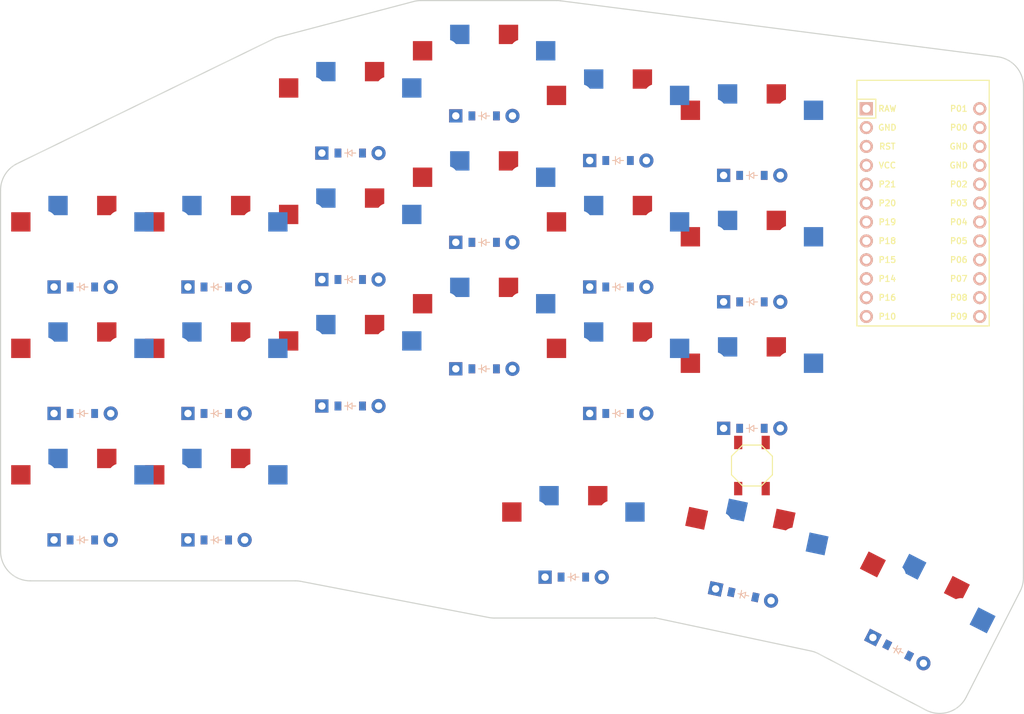
<source format=kicad_pcb>


(kicad_pcb (version 20171130) (host pcbnew 5.1.6)

  (page A3)
  (title_block
    (title "split-circuit")
    (rev "v1.0.0")
    (company "Unknown")
  )

  (general
    (thickness 1.6)
  )

  (layers
    (0 F.Cu signal)
    (31 B.Cu signal)
    (32 B.Adhes user)
    (33 F.Adhes user)
    (34 B.Paste user)
    (35 F.Paste user)
    (36 B.SilkS user)
    (37 F.SilkS user)
    (38 B.Mask user)
    (39 F.Mask user)
    (40 Dwgs.User user)
    (41 Cmts.User user)
    (42 Eco1.User user)
    (43 Eco2.User user)
    (44 Edge.Cuts user)
    (45 Margin user)
    (46 B.CrtYd user)
    (47 F.CrtYd user)
    (48 B.Fab user)
    (49 F.Fab user)
  )

  (setup
    (last_trace_width 0.25)
    (trace_clearance 0.2)
    (zone_clearance 0.508)
    (zone_45_only no)
    (trace_min 0.2)
    (via_size 0.8)
    (via_drill 0.4)
    (via_min_size 0.4)
    (via_min_drill 0.3)
    (uvia_size 0.3)
    (uvia_drill 0.1)
    (uvias_allowed no)
    (uvia_min_size 0.2)
    (uvia_min_drill 0.1)
    (edge_width 0.05)
    (segment_width 0.2)
    (pcb_text_width 0.3)
    (pcb_text_size 1.5 1.5)
    (mod_edge_width 0.12)
    (mod_text_size 1 1)
    (mod_text_width 0.15)
    (pad_size 1.524 1.524)
    (pad_drill 0.762)
    (pad_to_mask_clearance 0.05)
    (aux_axis_origin 0 0)
    (visible_elements FFFFFF7F)
    (pcbplotparams
      (layerselection 0x010fc_ffffffff)
      (usegerberextensions false)
      (usegerberattributes true)
      (usegerberadvancedattributes true)
      (creategerberjobfile true)
      (excludeedgelayer true)
      (linewidth 0.100000)
      (plotframeref false)
      (viasonmask false)
      (mode 1)
      (useauxorigin false)
      (hpglpennumber 1)
      (hpglpenspeed 20)
      (hpglpendiameter 15.000000)
      (psnegative false)
      (psa4output false)
      (plotreference true)
      (plotvalue true)
      (plotinvisibletext false)
      (padsonsilk false)
      (subtractmaskfromsilk false)
      (outputformat 1)
      (mirror false)
      (drillshape 1)
      (scaleselection 1)
      (outputdirectory ""))
  )

  (net 0 "")
(net 1 "outer_bottom")
(net 2 "outer_home")
(net 3 "outer_top")
(net 4 "pinky_bottom")
(net 5 "pinky_home")
(net 6 "pinky_top")
(net 7 "ring_bottom")
(net 8 "ring_home")
(net 9 "ring_top")
(net 10 "middle_bottom")
(net 11 "middle_home")
(net 12 "middle_top")
(net 13 "index_bottom")
(net 14 "index_home")
(net 15 "index_top")
(net 16 "inner_bottom")
(net 17 "inner_home")
(net 18 "inner_top")
(net 19 "near_thumb")
(net 20 "home_thumb")
(net 21 "far_thumb")
(net 22 "RAW")
(net 23 "GND")
(net 24 "RST")
(net 25 "VCC")
(net 26 "P21")
(net 27 "P20")
(net 28 "P19")
(net 29 "P18")
(net 30 "P15")
(net 31 "P14")
(net 32 "P16")
(net 33 "P10")
(net 34 "P1")
(net 35 "P0")
(net 36 "P2")
(net 37 "P3")
(net 38 "P4")
(net 39 "P5")
(net 40 "P6")
(net 41 "P7")
(net 42 "P8")
(net 43 "P9")

  (net_class Default "This is the default net class."
    (clearance 0.2)
    (trace_width 0.25)
    (via_dia 0.8)
    (via_drill 0.4)
    (uvia_dia 0.3)
    (uvia_drill 0.1)
    (add_net "")
(add_net "outer_bottom")
(add_net "outer_home")
(add_net "outer_top")
(add_net "pinky_bottom")
(add_net "pinky_home")
(add_net "pinky_top")
(add_net "ring_bottom")
(add_net "ring_home")
(add_net "ring_top")
(add_net "middle_bottom")
(add_net "middle_home")
(add_net "middle_top")
(add_net "index_bottom")
(add_net "index_home")
(add_net "index_top")
(add_net "inner_bottom")
(add_net "inner_home")
(add_net "inner_top")
(add_net "near_thumb")
(add_net "home_thumb")
(add_net "far_thumb")
(add_net "RAW")
(add_net "GND")
(add_net "RST")
(add_net "VCC")
(add_net "P21")
(add_net "P20")
(add_net "P19")
(add_net "P18")
(add_net "P15")
(add_net "P14")
(add_net "P16")
(add_net "P10")
(add_net "P1")
(add_net "P0")
(add_net "P2")
(add_net "P3")
(add_net "P4")
(add_net "P5")
(add_net "P6")
(add_net "P7")
(add_net "P8")
(add_net "P9")
  )

  
        
      (module PG1350 (layer F.Cu) (tedit 5DD50112)
      (at 150 150 0)

      
      (fp_text reference "S1" (at 0 0) (layer F.SilkS) hide (effects (font (size 1.27 1.27) (thickness 0.15))))
      (fp_text value "" (at 0 0) (layer F.SilkS) hide (effects (font (size 1.27 1.27) (thickness 0.15))))

      
      (fp_line (start -7 -6) (end -7 -7) (layer Dwgs.User) (width 0.15))
      (fp_line (start -7 7) (end -6 7) (layer Dwgs.User) (width 0.15))
      (fp_line (start -6 -7) (end -7 -7) (layer Dwgs.User) (width 0.15))
      (fp_line (start -7 7) (end -7 6) (layer Dwgs.User) (width 0.15))
      (fp_line (start 7 6) (end 7 7) (layer Dwgs.User) (width 0.15))
      (fp_line (start 7 -7) (end 6 -7) (layer Dwgs.User) (width 0.15))
      (fp_line (start 6 7) (end 7 7) (layer Dwgs.User) (width 0.15))
      (fp_line (start 7 -7) (end 7 -6) (layer Dwgs.User) (width 0.15))      
      
      
      (pad "" np_thru_hole circle (at 0 0) (size 3.429 3.429) (drill 3.429) (layers *.Cu *.Mask))
        
      
      (pad "" np_thru_hole circle (at 5.5 0) (size 1.7018 1.7018) (drill 1.7018) (layers *.Cu *.Mask))
      (pad "" np_thru_hole circle (at -5.5 0) (size 1.7018 1.7018) (drill 1.7018) (layers *.Cu *.Mask))
      
        
      
      (fp_line (start -9 -8.5) (end 9 -8.5) (layer Dwgs.User) (width 0.15))
      (fp_line (start 9 -8.5) (end 9 8.5) (layer Dwgs.User) (width 0.15))
      (fp_line (start 9 8.5) (end -9 8.5) (layer Dwgs.User) (width 0.15))
      (fp_line (start -9 8.5) (end -9 -8.5) (layer Dwgs.User) (width 0.15))
      
        
          
          (pad "" np_thru_hole circle (at 5 -3.75) (size 3 3) (drill 3) (layers *.Cu *.Mask))
          (pad "" np_thru_hole circle (at 0 -5.95) (size 3 3) (drill 3) (layers *.Cu *.Mask))
      
          
          (pad 1 smd rect (at -3.275 -5.95 0) (size 2.6 2.6) (layers B.Cu B.Paste B.Mask)  (net 0 ""))
          (pad 2 smd rect (at 8.275 -3.75 0) (size 2.6 2.6) (layers B.Cu B.Paste B.Mask)  (net 1 "outer_bottom"))
        
        
          
          (pad "" np_thru_hole circle (at -5 -3.75) (size 3 3) (drill 3) (layers *.Cu *.Mask))
          (pad "" np_thru_hole circle (at 0 -5.95) (size 3 3) (drill 3) (layers *.Cu *.Mask))
      
          
          (pad 1 smd rect (at 3.275 -5.95 0) (size 2.6 2.6) (layers F.Cu F.Paste F.Mask)  (net 0 ""))
          (pad 2 smd rect (at -8.275 -3.75 0) (size 2.6 2.6) (layers F.Cu F.Paste F.Mask)  (net 1 "outer_bottom"))
        )
        

        
      (module PG1350 (layer F.Cu) (tedit 5DD50112)
      (at 150 133 0)

      
      (fp_text reference "S2" (at 0 0) (layer F.SilkS) hide (effects (font (size 1.27 1.27) (thickness 0.15))))
      (fp_text value "" (at 0 0) (layer F.SilkS) hide (effects (font (size 1.27 1.27) (thickness 0.15))))

      
      (fp_line (start -7 -6) (end -7 -7) (layer Dwgs.User) (width 0.15))
      (fp_line (start -7 7) (end -6 7) (layer Dwgs.User) (width 0.15))
      (fp_line (start -6 -7) (end -7 -7) (layer Dwgs.User) (width 0.15))
      (fp_line (start -7 7) (end -7 6) (layer Dwgs.User) (width 0.15))
      (fp_line (start 7 6) (end 7 7) (layer Dwgs.User) (width 0.15))
      (fp_line (start 7 -7) (end 6 -7) (layer Dwgs.User) (width 0.15))
      (fp_line (start 6 7) (end 7 7) (layer Dwgs.User) (width 0.15))
      (fp_line (start 7 -7) (end 7 -6) (layer Dwgs.User) (width 0.15))      
      
      
      (pad "" np_thru_hole circle (at 0 0) (size 3.429 3.429) (drill 3.429) (layers *.Cu *.Mask))
        
      
      (pad "" np_thru_hole circle (at 5.5 0) (size 1.7018 1.7018) (drill 1.7018) (layers *.Cu *.Mask))
      (pad "" np_thru_hole circle (at -5.5 0) (size 1.7018 1.7018) (drill 1.7018) (layers *.Cu *.Mask))
      
        
      
      (fp_line (start -9 -8.5) (end 9 -8.5) (layer Dwgs.User) (width 0.15))
      (fp_line (start 9 -8.5) (end 9 8.5) (layer Dwgs.User) (width 0.15))
      (fp_line (start 9 8.5) (end -9 8.5) (layer Dwgs.User) (width 0.15))
      (fp_line (start -9 8.5) (end -9 -8.5) (layer Dwgs.User) (width 0.15))
      
        
          
          (pad "" np_thru_hole circle (at 5 -3.75) (size 3 3) (drill 3) (layers *.Cu *.Mask))
          (pad "" np_thru_hole circle (at 0 -5.95) (size 3 3) (drill 3) (layers *.Cu *.Mask))
      
          
          (pad 1 smd rect (at -3.275 -5.95 0) (size 2.6 2.6) (layers B.Cu B.Paste B.Mask)  (net 0 ""))
          (pad 2 smd rect (at 8.275 -3.75 0) (size 2.6 2.6) (layers B.Cu B.Paste B.Mask)  (net 2 "outer_home"))
        
        
          
          (pad "" np_thru_hole circle (at -5 -3.75) (size 3 3) (drill 3) (layers *.Cu *.Mask))
          (pad "" np_thru_hole circle (at 0 -5.95) (size 3 3) (drill 3) (layers *.Cu *.Mask))
      
          
          (pad 1 smd rect (at 3.275 -5.95 0) (size 2.6 2.6) (layers F.Cu F.Paste F.Mask)  (net 0 ""))
          (pad 2 smd rect (at -8.275 -3.75 0) (size 2.6 2.6) (layers F.Cu F.Paste F.Mask)  (net 2 "outer_home"))
        )
        

        
      (module PG1350 (layer F.Cu) (tedit 5DD50112)
      (at 150 116 0)

      
      (fp_text reference "S3" (at 0 0) (layer F.SilkS) hide (effects (font (size 1.27 1.27) (thickness 0.15))))
      (fp_text value "" (at 0 0) (layer F.SilkS) hide (effects (font (size 1.27 1.27) (thickness 0.15))))

      
      (fp_line (start -7 -6) (end -7 -7) (layer Dwgs.User) (width 0.15))
      (fp_line (start -7 7) (end -6 7) (layer Dwgs.User) (width 0.15))
      (fp_line (start -6 -7) (end -7 -7) (layer Dwgs.User) (width 0.15))
      (fp_line (start -7 7) (end -7 6) (layer Dwgs.User) (width 0.15))
      (fp_line (start 7 6) (end 7 7) (layer Dwgs.User) (width 0.15))
      (fp_line (start 7 -7) (end 6 -7) (layer Dwgs.User) (width 0.15))
      (fp_line (start 6 7) (end 7 7) (layer Dwgs.User) (width 0.15))
      (fp_line (start 7 -7) (end 7 -6) (layer Dwgs.User) (width 0.15))      
      
      
      (pad "" np_thru_hole circle (at 0 0) (size 3.429 3.429) (drill 3.429) (layers *.Cu *.Mask))
        
      
      (pad "" np_thru_hole circle (at 5.5 0) (size 1.7018 1.7018) (drill 1.7018) (layers *.Cu *.Mask))
      (pad "" np_thru_hole circle (at -5.5 0) (size 1.7018 1.7018) (drill 1.7018) (layers *.Cu *.Mask))
      
        
      
      (fp_line (start -9 -8.5) (end 9 -8.5) (layer Dwgs.User) (width 0.15))
      (fp_line (start 9 -8.5) (end 9 8.5) (layer Dwgs.User) (width 0.15))
      (fp_line (start 9 8.5) (end -9 8.5) (layer Dwgs.User) (width 0.15))
      (fp_line (start -9 8.5) (end -9 -8.5) (layer Dwgs.User) (width 0.15))
      
        
          
          (pad "" np_thru_hole circle (at 5 -3.75) (size 3 3) (drill 3) (layers *.Cu *.Mask))
          (pad "" np_thru_hole circle (at 0 -5.95) (size 3 3) (drill 3) (layers *.Cu *.Mask))
      
          
          (pad 1 smd rect (at -3.275 -5.95 0) (size 2.6 2.6) (layers B.Cu B.Paste B.Mask)  (net 0 ""))
          (pad 2 smd rect (at 8.275 -3.75 0) (size 2.6 2.6) (layers B.Cu B.Paste B.Mask)  (net 3 "outer_top"))
        
        
          
          (pad "" np_thru_hole circle (at -5 -3.75) (size 3 3) (drill 3) (layers *.Cu *.Mask))
          (pad "" np_thru_hole circle (at 0 -5.95) (size 3 3) (drill 3) (layers *.Cu *.Mask))
      
          
          (pad 1 smd rect (at 3.275 -5.95 0) (size 2.6 2.6) (layers F.Cu F.Paste F.Mask)  (net 0 ""))
          (pad 2 smd rect (at -8.275 -3.75 0) (size 2.6 2.6) (layers F.Cu F.Paste F.Mask)  (net 3 "outer_top"))
        )
        

        
      (module PG1350 (layer F.Cu) (tedit 5DD50112)
      (at 168 150 0)

      
      (fp_text reference "S4" (at 0 0) (layer F.SilkS) hide (effects (font (size 1.27 1.27) (thickness 0.15))))
      (fp_text value "" (at 0 0) (layer F.SilkS) hide (effects (font (size 1.27 1.27) (thickness 0.15))))

      
      (fp_line (start -7 -6) (end -7 -7) (layer Dwgs.User) (width 0.15))
      (fp_line (start -7 7) (end -6 7) (layer Dwgs.User) (width 0.15))
      (fp_line (start -6 -7) (end -7 -7) (layer Dwgs.User) (width 0.15))
      (fp_line (start -7 7) (end -7 6) (layer Dwgs.User) (width 0.15))
      (fp_line (start 7 6) (end 7 7) (layer Dwgs.User) (width 0.15))
      (fp_line (start 7 -7) (end 6 -7) (layer Dwgs.User) (width 0.15))
      (fp_line (start 6 7) (end 7 7) (layer Dwgs.User) (width 0.15))
      (fp_line (start 7 -7) (end 7 -6) (layer Dwgs.User) (width 0.15))      
      
      
      (pad "" np_thru_hole circle (at 0 0) (size 3.429 3.429) (drill 3.429) (layers *.Cu *.Mask))
        
      
      (pad "" np_thru_hole circle (at 5.5 0) (size 1.7018 1.7018) (drill 1.7018) (layers *.Cu *.Mask))
      (pad "" np_thru_hole circle (at -5.5 0) (size 1.7018 1.7018) (drill 1.7018) (layers *.Cu *.Mask))
      
        
      
      (fp_line (start -9 -8.5) (end 9 -8.5) (layer Dwgs.User) (width 0.15))
      (fp_line (start 9 -8.5) (end 9 8.5) (layer Dwgs.User) (width 0.15))
      (fp_line (start 9 8.5) (end -9 8.5) (layer Dwgs.User) (width 0.15))
      (fp_line (start -9 8.5) (end -9 -8.5) (layer Dwgs.User) (width 0.15))
      
        
          
          (pad "" np_thru_hole circle (at 5 -3.75) (size 3 3) (drill 3) (layers *.Cu *.Mask))
          (pad "" np_thru_hole circle (at 0 -5.95) (size 3 3) (drill 3) (layers *.Cu *.Mask))
      
          
          (pad 1 smd rect (at -3.275 -5.95 0) (size 2.6 2.6) (layers B.Cu B.Paste B.Mask)  (net 0 ""))
          (pad 2 smd rect (at 8.275 -3.75 0) (size 2.6 2.6) (layers B.Cu B.Paste B.Mask)  (net 4 "pinky_bottom"))
        
        
          
          (pad "" np_thru_hole circle (at -5 -3.75) (size 3 3) (drill 3) (layers *.Cu *.Mask))
          (pad "" np_thru_hole circle (at 0 -5.95) (size 3 3) (drill 3) (layers *.Cu *.Mask))
      
          
          (pad 1 smd rect (at 3.275 -5.95 0) (size 2.6 2.6) (layers F.Cu F.Paste F.Mask)  (net 0 ""))
          (pad 2 smd rect (at -8.275 -3.75 0) (size 2.6 2.6) (layers F.Cu F.Paste F.Mask)  (net 4 "pinky_bottom"))
        )
        

        
      (module PG1350 (layer F.Cu) (tedit 5DD50112)
      (at 168 133 0)

      
      (fp_text reference "S5" (at 0 0) (layer F.SilkS) hide (effects (font (size 1.27 1.27) (thickness 0.15))))
      (fp_text value "" (at 0 0) (layer F.SilkS) hide (effects (font (size 1.27 1.27) (thickness 0.15))))

      
      (fp_line (start -7 -6) (end -7 -7) (layer Dwgs.User) (width 0.15))
      (fp_line (start -7 7) (end -6 7) (layer Dwgs.User) (width 0.15))
      (fp_line (start -6 -7) (end -7 -7) (layer Dwgs.User) (width 0.15))
      (fp_line (start -7 7) (end -7 6) (layer Dwgs.User) (width 0.15))
      (fp_line (start 7 6) (end 7 7) (layer Dwgs.User) (width 0.15))
      (fp_line (start 7 -7) (end 6 -7) (layer Dwgs.User) (width 0.15))
      (fp_line (start 6 7) (end 7 7) (layer Dwgs.User) (width 0.15))
      (fp_line (start 7 -7) (end 7 -6) (layer Dwgs.User) (width 0.15))      
      
      
      (pad "" np_thru_hole circle (at 0 0) (size 3.429 3.429) (drill 3.429) (layers *.Cu *.Mask))
        
      
      (pad "" np_thru_hole circle (at 5.5 0) (size 1.7018 1.7018) (drill 1.7018) (layers *.Cu *.Mask))
      (pad "" np_thru_hole circle (at -5.5 0) (size 1.7018 1.7018) (drill 1.7018) (layers *.Cu *.Mask))
      
        
      
      (fp_line (start -9 -8.5) (end 9 -8.5) (layer Dwgs.User) (width 0.15))
      (fp_line (start 9 -8.5) (end 9 8.5) (layer Dwgs.User) (width 0.15))
      (fp_line (start 9 8.5) (end -9 8.5) (layer Dwgs.User) (width 0.15))
      (fp_line (start -9 8.5) (end -9 -8.5) (layer Dwgs.User) (width 0.15))
      
        
          
          (pad "" np_thru_hole circle (at 5 -3.75) (size 3 3) (drill 3) (layers *.Cu *.Mask))
          (pad "" np_thru_hole circle (at 0 -5.95) (size 3 3) (drill 3) (layers *.Cu *.Mask))
      
          
          (pad 1 smd rect (at -3.275 -5.95 0) (size 2.6 2.6) (layers B.Cu B.Paste B.Mask)  (net 0 ""))
          (pad 2 smd rect (at 8.275 -3.75 0) (size 2.6 2.6) (layers B.Cu B.Paste B.Mask)  (net 5 "pinky_home"))
        
        
          
          (pad "" np_thru_hole circle (at -5 -3.75) (size 3 3) (drill 3) (layers *.Cu *.Mask))
          (pad "" np_thru_hole circle (at 0 -5.95) (size 3 3) (drill 3) (layers *.Cu *.Mask))
      
          
          (pad 1 smd rect (at 3.275 -5.95 0) (size 2.6 2.6) (layers F.Cu F.Paste F.Mask)  (net 0 ""))
          (pad 2 smd rect (at -8.275 -3.75 0) (size 2.6 2.6) (layers F.Cu F.Paste F.Mask)  (net 5 "pinky_home"))
        )
        

        
      (module PG1350 (layer F.Cu) (tedit 5DD50112)
      (at 168 116 0)

      
      (fp_text reference "S6" (at 0 0) (layer F.SilkS) hide (effects (font (size 1.27 1.27) (thickness 0.15))))
      (fp_text value "" (at 0 0) (layer F.SilkS) hide (effects (font (size 1.27 1.27) (thickness 0.15))))

      
      (fp_line (start -7 -6) (end -7 -7) (layer Dwgs.User) (width 0.15))
      (fp_line (start -7 7) (end -6 7) (layer Dwgs.User) (width 0.15))
      (fp_line (start -6 -7) (end -7 -7) (layer Dwgs.User) (width 0.15))
      (fp_line (start -7 7) (end -7 6) (layer Dwgs.User) (width 0.15))
      (fp_line (start 7 6) (end 7 7) (layer Dwgs.User) (width 0.15))
      (fp_line (start 7 -7) (end 6 -7) (layer Dwgs.User) (width 0.15))
      (fp_line (start 6 7) (end 7 7) (layer Dwgs.User) (width 0.15))
      (fp_line (start 7 -7) (end 7 -6) (layer Dwgs.User) (width 0.15))      
      
      
      (pad "" np_thru_hole circle (at 0 0) (size 3.429 3.429) (drill 3.429) (layers *.Cu *.Mask))
        
      
      (pad "" np_thru_hole circle (at 5.5 0) (size 1.7018 1.7018) (drill 1.7018) (layers *.Cu *.Mask))
      (pad "" np_thru_hole circle (at -5.5 0) (size 1.7018 1.7018) (drill 1.7018) (layers *.Cu *.Mask))
      
        
      
      (fp_line (start -9 -8.5) (end 9 -8.5) (layer Dwgs.User) (width 0.15))
      (fp_line (start 9 -8.5) (end 9 8.5) (layer Dwgs.User) (width 0.15))
      (fp_line (start 9 8.5) (end -9 8.5) (layer Dwgs.User) (width 0.15))
      (fp_line (start -9 8.5) (end -9 -8.5) (layer Dwgs.User) (width 0.15))
      
        
          
          (pad "" np_thru_hole circle (at 5 -3.75) (size 3 3) (drill 3) (layers *.Cu *.Mask))
          (pad "" np_thru_hole circle (at 0 -5.95) (size 3 3) (drill 3) (layers *.Cu *.Mask))
      
          
          (pad 1 smd rect (at -3.275 -5.95 0) (size 2.6 2.6) (layers B.Cu B.Paste B.Mask)  (net 0 ""))
          (pad 2 smd rect (at 8.275 -3.75 0) (size 2.6 2.6) (layers B.Cu B.Paste B.Mask)  (net 6 "pinky_top"))
        
        
          
          (pad "" np_thru_hole circle (at -5 -3.75) (size 3 3) (drill 3) (layers *.Cu *.Mask))
          (pad "" np_thru_hole circle (at 0 -5.95) (size 3 3) (drill 3) (layers *.Cu *.Mask))
      
          
          (pad 1 smd rect (at 3.275 -5.95 0) (size 2.6 2.6) (layers F.Cu F.Paste F.Mask)  (net 0 ""))
          (pad 2 smd rect (at -8.275 -3.75 0) (size 2.6 2.6) (layers F.Cu F.Paste F.Mask)  (net 6 "pinky_top"))
        )
        

        
      (module PG1350 (layer F.Cu) (tedit 5DD50112)
      (at 186 132 0)

      
      (fp_text reference "S7" (at 0 0) (layer F.SilkS) hide (effects (font (size 1.27 1.27) (thickness 0.15))))
      (fp_text value "" (at 0 0) (layer F.SilkS) hide (effects (font (size 1.27 1.27) (thickness 0.15))))

      
      (fp_line (start -7 -6) (end -7 -7) (layer Dwgs.User) (width 0.15))
      (fp_line (start -7 7) (end -6 7) (layer Dwgs.User) (width 0.15))
      (fp_line (start -6 -7) (end -7 -7) (layer Dwgs.User) (width 0.15))
      (fp_line (start -7 7) (end -7 6) (layer Dwgs.User) (width 0.15))
      (fp_line (start 7 6) (end 7 7) (layer Dwgs.User) (width 0.15))
      (fp_line (start 7 -7) (end 6 -7) (layer Dwgs.User) (width 0.15))
      (fp_line (start 6 7) (end 7 7) (layer Dwgs.User) (width 0.15))
      (fp_line (start 7 -7) (end 7 -6) (layer Dwgs.User) (width 0.15))      
      
      
      (pad "" np_thru_hole circle (at 0 0) (size 3.429 3.429) (drill 3.429) (layers *.Cu *.Mask))
        
      
      (pad "" np_thru_hole circle (at 5.5 0) (size 1.7018 1.7018) (drill 1.7018) (layers *.Cu *.Mask))
      (pad "" np_thru_hole circle (at -5.5 0) (size 1.7018 1.7018) (drill 1.7018) (layers *.Cu *.Mask))
      
        
      
      (fp_line (start -9 -8.5) (end 9 -8.5) (layer Dwgs.User) (width 0.15))
      (fp_line (start 9 -8.5) (end 9 8.5) (layer Dwgs.User) (width 0.15))
      (fp_line (start 9 8.5) (end -9 8.5) (layer Dwgs.User) (width 0.15))
      (fp_line (start -9 8.5) (end -9 -8.5) (layer Dwgs.User) (width 0.15))
      
        
          
          (pad "" np_thru_hole circle (at 5 -3.75) (size 3 3) (drill 3) (layers *.Cu *.Mask))
          (pad "" np_thru_hole circle (at 0 -5.95) (size 3 3) (drill 3) (layers *.Cu *.Mask))
      
          
          (pad 1 smd rect (at -3.275 -5.95 0) (size 2.6 2.6) (layers B.Cu B.Paste B.Mask)  (net 0 ""))
          (pad 2 smd rect (at 8.275 -3.75 0) (size 2.6 2.6) (layers B.Cu B.Paste B.Mask)  (net 7 "ring_bottom"))
        
        
          
          (pad "" np_thru_hole circle (at -5 -3.75) (size 3 3) (drill 3) (layers *.Cu *.Mask))
          (pad "" np_thru_hole circle (at 0 -5.95) (size 3 3) (drill 3) (layers *.Cu *.Mask))
      
          
          (pad 1 smd rect (at 3.275 -5.95 0) (size 2.6 2.6) (layers F.Cu F.Paste F.Mask)  (net 0 ""))
          (pad 2 smd rect (at -8.275 -3.75 0) (size 2.6 2.6) (layers F.Cu F.Paste F.Mask)  (net 7 "ring_bottom"))
        )
        

        
      (module PG1350 (layer F.Cu) (tedit 5DD50112)
      (at 186 115 0)

      
      (fp_text reference "S8" (at 0 0) (layer F.SilkS) hide (effects (font (size 1.27 1.27) (thickness 0.15))))
      (fp_text value "" (at 0 0) (layer F.SilkS) hide (effects (font (size 1.27 1.27) (thickness 0.15))))

      
      (fp_line (start -7 -6) (end -7 -7) (layer Dwgs.User) (width 0.15))
      (fp_line (start -7 7) (end -6 7) (layer Dwgs.User) (width 0.15))
      (fp_line (start -6 -7) (end -7 -7) (layer Dwgs.User) (width 0.15))
      (fp_line (start -7 7) (end -7 6) (layer Dwgs.User) (width 0.15))
      (fp_line (start 7 6) (end 7 7) (layer Dwgs.User) (width 0.15))
      (fp_line (start 7 -7) (end 6 -7) (layer Dwgs.User) (width 0.15))
      (fp_line (start 6 7) (end 7 7) (layer Dwgs.User) (width 0.15))
      (fp_line (start 7 -7) (end 7 -6) (layer Dwgs.User) (width 0.15))      
      
      
      (pad "" np_thru_hole circle (at 0 0) (size 3.429 3.429) (drill 3.429) (layers *.Cu *.Mask))
        
      
      (pad "" np_thru_hole circle (at 5.5 0) (size 1.7018 1.7018) (drill 1.7018) (layers *.Cu *.Mask))
      (pad "" np_thru_hole circle (at -5.5 0) (size 1.7018 1.7018) (drill 1.7018) (layers *.Cu *.Mask))
      
        
      
      (fp_line (start -9 -8.5) (end 9 -8.5) (layer Dwgs.User) (width 0.15))
      (fp_line (start 9 -8.5) (end 9 8.5) (layer Dwgs.User) (width 0.15))
      (fp_line (start 9 8.5) (end -9 8.5) (layer Dwgs.User) (width 0.15))
      (fp_line (start -9 8.5) (end -9 -8.5) (layer Dwgs.User) (width 0.15))
      
        
          
          (pad "" np_thru_hole circle (at 5 -3.75) (size 3 3) (drill 3) (layers *.Cu *.Mask))
          (pad "" np_thru_hole circle (at 0 -5.95) (size 3 3) (drill 3) (layers *.Cu *.Mask))
      
          
          (pad 1 smd rect (at -3.275 -5.95 0) (size 2.6 2.6) (layers B.Cu B.Paste B.Mask)  (net 0 ""))
          (pad 2 smd rect (at 8.275 -3.75 0) (size 2.6 2.6) (layers B.Cu B.Paste B.Mask)  (net 8 "ring_home"))
        
        
          
          (pad "" np_thru_hole circle (at -5 -3.75) (size 3 3) (drill 3) (layers *.Cu *.Mask))
          (pad "" np_thru_hole circle (at 0 -5.95) (size 3 3) (drill 3) (layers *.Cu *.Mask))
      
          
          (pad 1 smd rect (at 3.275 -5.95 0) (size 2.6 2.6) (layers F.Cu F.Paste F.Mask)  (net 0 ""))
          (pad 2 smd rect (at -8.275 -3.75 0) (size 2.6 2.6) (layers F.Cu F.Paste F.Mask)  (net 8 "ring_home"))
        )
        

        
      (module PG1350 (layer F.Cu) (tedit 5DD50112)
      (at 186 98 0)

      
      (fp_text reference "S9" (at 0 0) (layer F.SilkS) hide (effects (font (size 1.27 1.27) (thickness 0.15))))
      (fp_text value "" (at 0 0) (layer F.SilkS) hide (effects (font (size 1.27 1.27) (thickness 0.15))))

      
      (fp_line (start -7 -6) (end -7 -7) (layer Dwgs.User) (width 0.15))
      (fp_line (start -7 7) (end -6 7) (layer Dwgs.User) (width 0.15))
      (fp_line (start -6 -7) (end -7 -7) (layer Dwgs.User) (width 0.15))
      (fp_line (start -7 7) (end -7 6) (layer Dwgs.User) (width 0.15))
      (fp_line (start 7 6) (end 7 7) (layer Dwgs.User) (width 0.15))
      (fp_line (start 7 -7) (end 6 -7) (layer Dwgs.User) (width 0.15))
      (fp_line (start 6 7) (end 7 7) (layer Dwgs.User) (width 0.15))
      (fp_line (start 7 -7) (end 7 -6) (layer Dwgs.User) (width 0.15))      
      
      
      (pad "" np_thru_hole circle (at 0 0) (size 3.429 3.429) (drill 3.429) (layers *.Cu *.Mask))
        
      
      (pad "" np_thru_hole circle (at 5.5 0) (size 1.7018 1.7018) (drill 1.7018) (layers *.Cu *.Mask))
      (pad "" np_thru_hole circle (at -5.5 0) (size 1.7018 1.7018) (drill 1.7018) (layers *.Cu *.Mask))
      
        
      
      (fp_line (start -9 -8.5) (end 9 -8.5) (layer Dwgs.User) (width 0.15))
      (fp_line (start 9 -8.5) (end 9 8.5) (layer Dwgs.User) (width 0.15))
      (fp_line (start 9 8.5) (end -9 8.5) (layer Dwgs.User) (width 0.15))
      (fp_line (start -9 8.5) (end -9 -8.5) (layer Dwgs.User) (width 0.15))
      
        
          
          (pad "" np_thru_hole circle (at 5 -3.75) (size 3 3) (drill 3) (layers *.Cu *.Mask))
          (pad "" np_thru_hole circle (at 0 -5.95) (size 3 3) (drill 3) (layers *.Cu *.Mask))
      
          
          (pad 1 smd rect (at -3.275 -5.95 0) (size 2.6 2.6) (layers B.Cu B.Paste B.Mask)  (net 0 ""))
          (pad 2 smd rect (at 8.275 -3.75 0) (size 2.6 2.6) (layers B.Cu B.Paste B.Mask)  (net 9 "ring_top"))
        
        
          
          (pad "" np_thru_hole circle (at -5 -3.75) (size 3 3) (drill 3) (layers *.Cu *.Mask))
          (pad "" np_thru_hole circle (at 0 -5.95) (size 3 3) (drill 3) (layers *.Cu *.Mask))
      
          
          (pad 1 smd rect (at 3.275 -5.95 0) (size 2.6 2.6) (layers F.Cu F.Paste F.Mask)  (net 0 ""))
          (pad 2 smd rect (at -8.275 -3.75 0) (size 2.6 2.6) (layers F.Cu F.Paste F.Mask)  (net 9 "ring_top"))
        )
        

        
      (module PG1350 (layer F.Cu) (tedit 5DD50112)
      (at 204 127 0)

      
      (fp_text reference "S10" (at 0 0) (layer F.SilkS) hide (effects (font (size 1.27 1.27) (thickness 0.15))))
      (fp_text value "" (at 0 0) (layer F.SilkS) hide (effects (font (size 1.27 1.27) (thickness 0.15))))

      
      (fp_line (start -7 -6) (end -7 -7) (layer Dwgs.User) (width 0.15))
      (fp_line (start -7 7) (end -6 7) (layer Dwgs.User) (width 0.15))
      (fp_line (start -6 -7) (end -7 -7) (layer Dwgs.User) (width 0.15))
      (fp_line (start -7 7) (end -7 6) (layer Dwgs.User) (width 0.15))
      (fp_line (start 7 6) (end 7 7) (layer Dwgs.User) (width 0.15))
      (fp_line (start 7 -7) (end 6 -7) (layer Dwgs.User) (width 0.15))
      (fp_line (start 6 7) (end 7 7) (layer Dwgs.User) (width 0.15))
      (fp_line (start 7 -7) (end 7 -6) (layer Dwgs.User) (width 0.15))      
      
      
      (pad "" np_thru_hole circle (at 0 0) (size 3.429 3.429) (drill 3.429) (layers *.Cu *.Mask))
        
      
      (pad "" np_thru_hole circle (at 5.5 0) (size 1.7018 1.7018) (drill 1.7018) (layers *.Cu *.Mask))
      (pad "" np_thru_hole circle (at -5.5 0) (size 1.7018 1.7018) (drill 1.7018) (layers *.Cu *.Mask))
      
        
      
      (fp_line (start -9 -8.5) (end 9 -8.5) (layer Dwgs.User) (width 0.15))
      (fp_line (start 9 -8.5) (end 9 8.5) (layer Dwgs.User) (width 0.15))
      (fp_line (start 9 8.5) (end -9 8.5) (layer Dwgs.User) (width 0.15))
      (fp_line (start -9 8.5) (end -9 -8.5) (layer Dwgs.User) (width 0.15))
      
        
          
          (pad "" np_thru_hole circle (at 5 -3.75) (size 3 3) (drill 3) (layers *.Cu *.Mask))
          (pad "" np_thru_hole circle (at 0 -5.95) (size 3 3) (drill 3) (layers *.Cu *.Mask))
      
          
          (pad 1 smd rect (at -3.275 -5.95 0) (size 2.6 2.6) (layers B.Cu B.Paste B.Mask)  (net 0 ""))
          (pad 2 smd rect (at 8.275 -3.75 0) (size 2.6 2.6) (layers B.Cu B.Paste B.Mask)  (net 10 "middle_bottom"))
        
        
          
          (pad "" np_thru_hole circle (at -5 -3.75) (size 3 3) (drill 3) (layers *.Cu *.Mask))
          (pad "" np_thru_hole circle (at 0 -5.95) (size 3 3) (drill 3) (layers *.Cu *.Mask))
      
          
          (pad 1 smd rect (at 3.275 -5.95 0) (size 2.6 2.6) (layers F.Cu F.Paste F.Mask)  (net 0 ""))
          (pad 2 smd rect (at -8.275 -3.75 0) (size 2.6 2.6) (layers F.Cu F.Paste F.Mask)  (net 10 "middle_bottom"))
        )
        

        
      (module PG1350 (layer F.Cu) (tedit 5DD50112)
      (at 204 110 0)

      
      (fp_text reference "S11" (at 0 0) (layer F.SilkS) hide (effects (font (size 1.27 1.27) (thickness 0.15))))
      (fp_text value "" (at 0 0) (layer F.SilkS) hide (effects (font (size 1.27 1.27) (thickness 0.15))))

      
      (fp_line (start -7 -6) (end -7 -7) (layer Dwgs.User) (width 0.15))
      (fp_line (start -7 7) (end -6 7) (layer Dwgs.User) (width 0.15))
      (fp_line (start -6 -7) (end -7 -7) (layer Dwgs.User) (width 0.15))
      (fp_line (start -7 7) (end -7 6) (layer Dwgs.User) (width 0.15))
      (fp_line (start 7 6) (end 7 7) (layer Dwgs.User) (width 0.15))
      (fp_line (start 7 -7) (end 6 -7) (layer Dwgs.User) (width 0.15))
      (fp_line (start 6 7) (end 7 7) (layer Dwgs.User) (width 0.15))
      (fp_line (start 7 -7) (end 7 -6) (layer Dwgs.User) (width 0.15))      
      
      
      (pad "" np_thru_hole circle (at 0 0) (size 3.429 3.429) (drill 3.429) (layers *.Cu *.Mask))
        
      
      (pad "" np_thru_hole circle (at 5.5 0) (size 1.7018 1.7018) (drill 1.7018) (layers *.Cu *.Mask))
      (pad "" np_thru_hole circle (at -5.5 0) (size 1.7018 1.7018) (drill 1.7018) (layers *.Cu *.Mask))
      
        
      
      (fp_line (start -9 -8.5) (end 9 -8.5) (layer Dwgs.User) (width 0.15))
      (fp_line (start 9 -8.5) (end 9 8.5) (layer Dwgs.User) (width 0.15))
      (fp_line (start 9 8.5) (end -9 8.5) (layer Dwgs.User) (width 0.15))
      (fp_line (start -9 8.5) (end -9 -8.5) (layer Dwgs.User) (width 0.15))
      
        
          
          (pad "" np_thru_hole circle (at 5 -3.75) (size 3 3) (drill 3) (layers *.Cu *.Mask))
          (pad "" np_thru_hole circle (at 0 -5.95) (size 3 3) (drill 3) (layers *.Cu *.Mask))
      
          
          (pad 1 smd rect (at -3.275 -5.95 0) (size 2.6 2.6) (layers B.Cu B.Paste B.Mask)  (net 0 ""))
          (pad 2 smd rect (at 8.275 -3.75 0) (size 2.6 2.6) (layers B.Cu B.Paste B.Mask)  (net 11 "middle_home"))
        
        
          
          (pad "" np_thru_hole circle (at -5 -3.75) (size 3 3) (drill 3) (layers *.Cu *.Mask))
          (pad "" np_thru_hole circle (at 0 -5.95) (size 3 3) (drill 3) (layers *.Cu *.Mask))
      
          
          (pad 1 smd rect (at 3.275 -5.95 0) (size 2.6 2.6) (layers F.Cu F.Paste F.Mask)  (net 0 ""))
          (pad 2 smd rect (at -8.275 -3.75 0) (size 2.6 2.6) (layers F.Cu F.Paste F.Mask)  (net 11 "middle_home"))
        )
        

        
      (module PG1350 (layer F.Cu) (tedit 5DD50112)
      (at 204 93 0)

      
      (fp_text reference "S12" (at 0 0) (layer F.SilkS) hide (effects (font (size 1.27 1.27) (thickness 0.15))))
      (fp_text value "" (at 0 0) (layer F.SilkS) hide (effects (font (size 1.27 1.27) (thickness 0.15))))

      
      (fp_line (start -7 -6) (end -7 -7) (layer Dwgs.User) (width 0.15))
      (fp_line (start -7 7) (end -6 7) (layer Dwgs.User) (width 0.15))
      (fp_line (start -6 -7) (end -7 -7) (layer Dwgs.User) (width 0.15))
      (fp_line (start -7 7) (end -7 6) (layer Dwgs.User) (width 0.15))
      (fp_line (start 7 6) (end 7 7) (layer Dwgs.User) (width 0.15))
      (fp_line (start 7 -7) (end 6 -7) (layer Dwgs.User) (width 0.15))
      (fp_line (start 6 7) (end 7 7) (layer Dwgs.User) (width 0.15))
      (fp_line (start 7 -7) (end 7 -6) (layer Dwgs.User) (width 0.15))      
      
      
      (pad "" np_thru_hole circle (at 0 0) (size 3.429 3.429) (drill 3.429) (layers *.Cu *.Mask))
        
      
      (pad "" np_thru_hole circle (at 5.5 0) (size 1.7018 1.7018) (drill 1.7018) (layers *.Cu *.Mask))
      (pad "" np_thru_hole circle (at -5.5 0) (size 1.7018 1.7018) (drill 1.7018) (layers *.Cu *.Mask))
      
        
      
      (fp_line (start -9 -8.5) (end 9 -8.5) (layer Dwgs.User) (width 0.15))
      (fp_line (start 9 -8.5) (end 9 8.5) (layer Dwgs.User) (width 0.15))
      (fp_line (start 9 8.5) (end -9 8.5) (layer Dwgs.User) (width 0.15))
      (fp_line (start -9 8.5) (end -9 -8.5) (layer Dwgs.User) (width 0.15))
      
        
          
          (pad "" np_thru_hole circle (at 5 -3.75) (size 3 3) (drill 3) (layers *.Cu *.Mask))
          (pad "" np_thru_hole circle (at 0 -5.95) (size 3 3) (drill 3) (layers *.Cu *.Mask))
      
          
          (pad 1 smd rect (at -3.275 -5.95 0) (size 2.6 2.6) (layers B.Cu B.Paste B.Mask)  (net 0 ""))
          (pad 2 smd rect (at 8.275 -3.75 0) (size 2.6 2.6) (layers B.Cu B.Paste B.Mask)  (net 12 "middle_top"))
        
        
          
          (pad "" np_thru_hole circle (at -5 -3.75) (size 3 3) (drill 3) (layers *.Cu *.Mask))
          (pad "" np_thru_hole circle (at 0 -5.95) (size 3 3) (drill 3) (layers *.Cu *.Mask))
      
          
          (pad 1 smd rect (at 3.275 -5.95 0) (size 2.6 2.6) (layers F.Cu F.Paste F.Mask)  (net 0 ""))
          (pad 2 smd rect (at -8.275 -3.75 0) (size 2.6 2.6) (layers F.Cu F.Paste F.Mask)  (net 12 "middle_top"))
        )
        

        
      (module PG1350 (layer F.Cu) (tedit 5DD50112)
      (at 222 133 0)

      
      (fp_text reference "S13" (at 0 0) (layer F.SilkS) hide (effects (font (size 1.27 1.27) (thickness 0.15))))
      (fp_text value "" (at 0 0) (layer F.SilkS) hide (effects (font (size 1.27 1.27) (thickness 0.15))))

      
      (fp_line (start -7 -6) (end -7 -7) (layer Dwgs.User) (width 0.15))
      (fp_line (start -7 7) (end -6 7) (layer Dwgs.User) (width 0.15))
      (fp_line (start -6 -7) (end -7 -7) (layer Dwgs.User) (width 0.15))
      (fp_line (start -7 7) (end -7 6) (layer Dwgs.User) (width 0.15))
      (fp_line (start 7 6) (end 7 7) (layer Dwgs.User) (width 0.15))
      (fp_line (start 7 -7) (end 6 -7) (layer Dwgs.User) (width 0.15))
      (fp_line (start 6 7) (end 7 7) (layer Dwgs.User) (width 0.15))
      (fp_line (start 7 -7) (end 7 -6) (layer Dwgs.User) (width 0.15))      
      
      
      (pad "" np_thru_hole circle (at 0 0) (size 3.429 3.429) (drill 3.429) (layers *.Cu *.Mask))
        
      
      (pad "" np_thru_hole circle (at 5.5 0) (size 1.7018 1.7018) (drill 1.7018) (layers *.Cu *.Mask))
      (pad "" np_thru_hole circle (at -5.5 0) (size 1.7018 1.7018) (drill 1.7018) (layers *.Cu *.Mask))
      
        
      
      (fp_line (start -9 -8.5) (end 9 -8.5) (layer Dwgs.User) (width 0.15))
      (fp_line (start 9 -8.5) (end 9 8.5) (layer Dwgs.User) (width 0.15))
      (fp_line (start 9 8.5) (end -9 8.5) (layer Dwgs.User) (width 0.15))
      (fp_line (start -9 8.5) (end -9 -8.5) (layer Dwgs.User) (width 0.15))
      
        
          
          (pad "" np_thru_hole circle (at 5 -3.75) (size 3 3) (drill 3) (layers *.Cu *.Mask))
          (pad "" np_thru_hole circle (at 0 -5.95) (size 3 3) (drill 3) (layers *.Cu *.Mask))
      
          
          (pad 1 smd rect (at -3.275 -5.95 0) (size 2.6 2.6) (layers B.Cu B.Paste B.Mask)  (net 0 ""))
          (pad 2 smd rect (at 8.275 -3.75 0) (size 2.6 2.6) (layers B.Cu B.Paste B.Mask)  (net 13 "index_bottom"))
        
        
          
          (pad "" np_thru_hole circle (at -5 -3.75) (size 3 3) (drill 3) (layers *.Cu *.Mask))
          (pad "" np_thru_hole circle (at 0 -5.95) (size 3 3) (drill 3) (layers *.Cu *.Mask))
      
          
          (pad 1 smd rect (at 3.275 -5.95 0) (size 2.6 2.6) (layers F.Cu F.Paste F.Mask)  (net 0 ""))
          (pad 2 smd rect (at -8.275 -3.75 0) (size 2.6 2.6) (layers F.Cu F.Paste F.Mask)  (net 13 "index_bottom"))
        )
        

        
      (module PG1350 (layer F.Cu) (tedit 5DD50112)
      (at 222 116 0)

      
      (fp_text reference "S14" (at 0 0) (layer F.SilkS) hide (effects (font (size 1.27 1.27) (thickness 0.15))))
      (fp_text value "" (at 0 0) (layer F.SilkS) hide (effects (font (size 1.27 1.27) (thickness 0.15))))

      
      (fp_line (start -7 -6) (end -7 -7) (layer Dwgs.User) (width 0.15))
      (fp_line (start -7 7) (end -6 7) (layer Dwgs.User) (width 0.15))
      (fp_line (start -6 -7) (end -7 -7) (layer Dwgs.User) (width 0.15))
      (fp_line (start -7 7) (end -7 6) (layer Dwgs.User) (width 0.15))
      (fp_line (start 7 6) (end 7 7) (layer Dwgs.User) (width 0.15))
      (fp_line (start 7 -7) (end 6 -7) (layer Dwgs.User) (width 0.15))
      (fp_line (start 6 7) (end 7 7) (layer Dwgs.User) (width 0.15))
      (fp_line (start 7 -7) (end 7 -6) (layer Dwgs.User) (width 0.15))      
      
      
      (pad "" np_thru_hole circle (at 0 0) (size 3.429 3.429) (drill 3.429) (layers *.Cu *.Mask))
        
      
      (pad "" np_thru_hole circle (at 5.5 0) (size 1.7018 1.7018) (drill 1.7018) (layers *.Cu *.Mask))
      (pad "" np_thru_hole circle (at -5.5 0) (size 1.7018 1.7018) (drill 1.7018) (layers *.Cu *.Mask))
      
        
      
      (fp_line (start -9 -8.5) (end 9 -8.5) (layer Dwgs.User) (width 0.15))
      (fp_line (start 9 -8.5) (end 9 8.5) (layer Dwgs.User) (width 0.15))
      (fp_line (start 9 8.5) (end -9 8.5) (layer Dwgs.User) (width 0.15))
      (fp_line (start -9 8.5) (end -9 -8.5) (layer Dwgs.User) (width 0.15))
      
        
          
          (pad "" np_thru_hole circle (at 5 -3.75) (size 3 3) (drill 3) (layers *.Cu *.Mask))
          (pad "" np_thru_hole circle (at 0 -5.95) (size 3 3) (drill 3) (layers *.Cu *.Mask))
      
          
          (pad 1 smd rect (at -3.275 -5.95 0) (size 2.6 2.6) (layers B.Cu B.Paste B.Mask)  (net 0 ""))
          (pad 2 smd rect (at 8.275 -3.75 0) (size 2.6 2.6) (layers B.Cu B.Paste B.Mask)  (net 14 "index_home"))
        
        
          
          (pad "" np_thru_hole circle (at -5 -3.75) (size 3 3) (drill 3) (layers *.Cu *.Mask))
          (pad "" np_thru_hole circle (at 0 -5.95) (size 3 3) (drill 3) (layers *.Cu *.Mask))
      
          
          (pad 1 smd rect (at 3.275 -5.95 0) (size 2.6 2.6) (layers F.Cu F.Paste F.Mask)  (net 0 ""))
          (pad 2 smd rect (at -8.275 -3.75 0) (size 2.6 2.6) (layers F.Cu F.Paste F.Mask)  (net 14 "index_home"))
        )
        

        
      (module PG1350 (layer F.Cu) (tedit 5DD50112)
      (at 222 99 0)

      
      (fp_text reference "S15" (at 0 0) (layer F.SilkS) hide (effects (font (size 1.27 1.27) (thickness 0.15))))
      (fp_text value "" (at 0 0) (layer F.SilkS) hide (effects (font (size 1.27 1.27) (thickness 0.15))))

      
      (fp_line (start -7 -6) (end -7 -7) (layer Dwgs.User) (width 0.15))
      (fp_line (start -7 7) (end -6 7) (layer Dwgs.User) (width 0.15))
      (fp_line (start -6 -7) (end -7 -7) (layer Dwgs.User) (width 0.15))
      (fp_line (start -7 7) (end -7 6) (layer Dwgs.User) (width 0.15))
      (fp_line (start 7 6) (end 7 7) (layer Dwgs.User) (width 0.15))
      (fp_line (start 7 -7) (end 6 -7) (layer Dwgs.User) (width 0.15))
      (fp_line (start 6 7) (end 7 7) (layer Dwgs.User) (width 0.15))
      (fp_line (start 7 -7) (end 7 -6) (layer Dwgs.User) (width 0.15))      
      
      
      (pad "" np_thru_hole circle (at 0 0) (size 3.429 3.429) (drill 3.429) (layers *.Cu *.Mask))
        
      
      (pad "" np_thru_hole circle (at 5.5 0) (size 1.7018 1.7018) (drill 1.7018) (layers *.Cu *.Mask))
      (pad "" np_thru_hole circle (at -5.5 0) (size 1.7018 1.7018) (drill 1.7018) (layers *.Cu *.Mask))
      
        
      
      (fp_line (start -9 -8.5) (end 9 -8.5) (layer Dwgs.User) (width 0.15))
      (fp_line (start 9 -8.5) (end 9 8.5) (layer Dwgs.User) (width 0.15))
      (fp_line (start 9 8.5) (end -9 8.5) (layer Dwgs.User) (width 0.15))
      (fp_line (start -9 8.5) (end -9 -8.5) (layer Dwgs.User) (width 0.15))
      
        
          
          (pad "" np_thru_hole circle (at 5 -3.75) (size 3 3) (drill 3) (layers *.Cu *.Mask))
          (pad "" np_thru_hole circle (at 0 -5.95) (size 3 3) (drill 3) (layers *.Cu *.Mask))
      
          
          (pad 1 smd rect (at -3.275 -5.95 0) (size 2.6 2.6) (layers B.Cu B.Paste B.Mask)  (net 0 ""))
          (pad 2 smd rect (at 8.275 -3.75 0) (size 2.6 2.6) (layers B.Cu B.Paste B.Mask)  (net 15 "index_top"))
        
        
          
          (pad "" np_thru_hole circle (at -5 -3.75) (size 3 3) (drill 3) (layers *.Cu *.Mask))
          (pad "" np_thru_hole circle (at 0 -5.95) (size 3 3) (drill 3) (layers *.Cu *.Mask))
      
          
          (pad 1 smd rect (at 3.275 -5.95 0) (size 2.6 2.6) (layers F.Cu F.Paste F.Mask)  (net 0 ""))
          (pad 2 smd rect (at -8.275 -3.75 0) (size 2.6 2.6) (layers F.Cu F.Paste F.Mask)  (net 15 "index_top"))
        )
        

        
      (module PG1350 (layer F.Cu) (tedit 5DD50112)
      (at 240 135 0)

      
      (fp_text reference "S16" (at 0 0) (layer F.SilkS) hide (effects (font (size 1.27 1.27) (thickness 0.15))))
      (fp_text value "" (at 0 0) (layer F.SilkS) hide (effects (font (size 1.27 1.27) (thickness 0.15))))

      
      (fp_line (start -7 -6) (end -7 -7) (layer Dwgs.User) (width 0.15))
      (fp_line (start -7 7) (end -6 7) (layer Dwgs.User) (width 0.15))
      (fp_line (start -6 -7) (end -7 -7) (layer Dwgs.User) (width 0.15))
      (fp_line (start -7 7) (end -7 6) (layer Dwgs.User) (width 0.15))
      (fp_line (start 7 6) (end 7 7) (layer Dwgs.User) (width 0.15))
      (fp_line (start 7 -7) (end 6 -7) (layer Dwgs.User) (width 0.15))
      (fp_line (start 6 7) (end 7 7) (layer Dwgs.User) (width 0.15))
      (fp_line (start 7 -7) (end 7 -6) (layer Dwgs.User) (width 0.15))      
      
      
      (pad "" np_thru_hole circle (at 0 0) (size 3.429 3.429) (drill 3.429) (layers *.Cu *.Mask))
        
      
      (pad "" np_thru_hole circle (at 5.5 0) (size 1.7018 1.7018) (drill 1.7018) (layers *.Cu *.Mask))
      (pad "" np_thru_hole circle (at -5.5 0) (size 1.7018 1.7018) (drill 1.7018) (layers *.Cu *.Mask))
      
        
      
      (fp_line (start -9 -8.5) (end 9 -8.5) (layer Dwgs.User) (width 0.15))
      (fp_line (start 9 -8.5) (end 9 8.5) (layer Dwgs.User) (width 0.15))
      (fp_line (start 9 8.5) (end -9 8.5) (layer Dwgs.User) (width 0.15))
      (fp_line (start -9 8.5) (end -9 -8.5) (layer Dwgs.User) (width 0.15))
      
        
          
          (pad "" np_thru_hole circle (at 5 -3.75) (size 3 3) (drill 3) (layers *.Cu *.Mask))
          (pad "" np_thru_hole circle (at 0 -5.95) (size 3 3) (drill 3) (layers *.Cu *.Mask))
      
          
          (pad 1 smd rect (at -3.275 -5.95 0) (size 2.6 2.6) (layers B.Cu B.Paste B.Mask)  (net 0 ""))
          (pad 2 smd rect (at 8.275 -3.75 0) (size 2.6 2.6) (layers B.Cu B.Paste B.Mask)  (net 16 "inner_bottom"))
        
        
          
          (pad "" np_thru_hole circle (at -5 -3.75) (size 3 3) (drill 3) (layers *.Cu *.Mask))
          (pad "" np_thru_hole circle (at 0 -5.95) (size 3 3) (drill 3) (layers *.Cu *.Mask))
      
          
          (pad 1 smd rect (at 3.275 -5.95 0) (size 2.6 2.6) (layers F.Cu F.Paste F.Mask)  (net 0 ""))
          (pad 2 smd rect (at -8.275 -3.75 0) (size 2.6 2.6) (layers F.Cu F.Paste F.Mask)  (net 16 "inner_bottom"))
        )
        

        
      (module PG1350 (layer F.Cu) (tedit 5DD50112)
      (at 240 118 0)

      
      (fp_text reference "S17" (at 0 0) (layer F.SilkS) hide (effects (font (size 1.27 1.27) (thickness 0.15))))
      (fp_text value "" (at 0 0) (layer F.SilkS) hide (effects (font (size 1.27 1.27) (thickness 0.15))))

      
      (fp_line (start -7 -6) (end -7 -7) (layer Dwgs.User) (width 0.15))
      (fp_line (start -7 7) (end -6 7) (layer Dwgs.User) (width 0.15))
      (fp_line (start -6 -7) (end -7 -7) (layer Dwgs.User) (width 0.15))
      (fp_line (start -7 7) (end -7 6) (layer Dwgs.User) (width 0.15))
      (fp_line (start 7 6) (end 7 7) (layer Dwgs.User) (width 0.15))
      (fp_line (start 7 -7) (end 6 -7) (layer Dwgs.User) (width 0.15))
      (fp_line (start 6 7) (end 7 7) (layer Dwgs.User) (width 0.15))
      (fp_line (start 7 -7) (end 7 -6) (layer Dwgs.User) (width 0.15))      
      
      
      (pad "" np_thru_hole circle (at 0 0) (size 3.429 3.429) (drill 3.429) (layers *.Cu *.Mask))
        
      
      (pad "" np_thru_hole circle (at 5.5 0) (size 1.7018 1.7018) (drill 1.7018) (layers *.Cu *.Mask))
      (pad "" np_thru_hole circle (at -5.5 0) (size 1.7018 1.7018) (drill 1.7018) (layers *.Cu *.Mask))
      
        
      
      (fp_line (start -9 -8.5) (end 9 -8.5) (layer Dwgs.User) (width 0.15))
      (fp_line (start 9 -8.5) (end 9 8.5) (layer Dwgs.User) (width 0.15))
      (fp_line (start 9 8.5) (end -9 8.5) (layer Dwgs.User) (width 0.15))
      (fp_line (start -9 8.5) (end -9 -8.5) (layer Dwgs.User) (width 0.15))
      
        
          
          (pad "" np_thru_hole circle (at 5 -3.75) (size 3 3) (drill 3) (layers *.Cu *.Mask))
          (pad "" np_thru_hole circle (at 0 -5.95) (size 3 3) (drill 3) (layers *.Cu *.Mask))
      
          
          (pad 1 smd rect (at -3.275 -5.95 0) (size 2.6 2.6) (layers B.Cu B.Paste B.Mask)  (net 0 ""))
          (pad 2 smd rect (at 8.275 -3.75 0) (size 2.6 2.6) (layers B.Cu B.Paste B.Mask)  (net 17 "inner_home"))
        
        
          
          (pad "" np_thru_hole circle (at -5 -3.75) (size 3 3) (drill 3) (layers *.Cu *.Mask))
          (pad "" np_thru_hole circle (at 0 -5.95) (size 3 3) (drill 3) (layers *.Cu *.Mask))
      
          
          (pad 1 smd rect (at 3.275 -5.95 0) (size 2.6 2.6) (layers F.Cu F.Paste F.Mask)  (net 0 ""))
          (pad 2 smd rect (at -8.275 -3.75 0) (size 2.6 2.6) (layers F.Cu F.Paste F.Mask)  (net 17 "inner_home"))
        )
        

        
      (module PG1350 (layer F.Cu) (tedit 5DD50112)
      (at 240 101 0)

      
      (fp_text reference "S18" (at 0 0) (layer F.SilkS) hide (effects (font (size 1.27 1.27) (thickness 0.15))))
      (fp_text value "" (at 0 0) (layer F.SilkS) hide (effects (font (size 1.27 1.27) (thickness 0.15))))

      
      (fp_line (start -7 -6) (end -7 -7) (layer Dwgs.User) (width 0.15))
      (fp_line (start -7 7) (end -6 7) (layer Dwgs.User) (width 0.15))
      (fp_line (start -6 -7) (end -7 -7) (layer Dwgs.User) (width 0.15))
      (fp_line (start -7 7) (end -7 6) (layer Dwgs.User) (width 0.15))
      (fp_line (start 7 6) (end 7 7) (layer Dwgs.User) (width 0.15))
      (fp_line (start 7 -7) (end 6 -7) (layer Dwgs.User) (width 0.15))
      (fp_line (start 6 7) (end 7 7) (layer Dwgs.User) (width 0.15))
      (fp_line (start 7 -7) (end 7 -6) (layer Dwgs.User) (width 0.15))      
      
      
      (pad "" np_thru_hole circle (at 0 0) (size 3.429 3.429) (drill 3.429) (layers *.Cu *.Mask))
        
      
      (pad "" np_thru_hole circle (at 5.5 0) (size 1.7018 1.7018) (drill 1.7018) (layers *.Cu *.Mask))
      (pad "" np_thru_hole circle (at -5.5 0) (size 1.7018 1.7018) (drill 1.7018) (layers *.Cu *.Mask))
      
        
      
      (fp_line (start -9 -8.5) (end 9 -8.5) (layer Dwgs.User) (width 0.15))
      (fp_line (start 9 -8.5) (end 9 8.5) (layer Dwgs.User) (width 0.15))
      (fp_line (start 9 8.5) (end -9 8.5) (layer Dwgs.User) (width 0.15))
      (fp_line (start -9 8.5) (end -9 -8.5) (layer Dwgs.User) (width 0.15))
      
        
          
          (pad "" np_thru_hole circle (at 5 -3.75) (size 3 3) (drill 3) (layers *.Cu *.Mask))
          (pad "" np_thru_hole circle (at 0 -5.95) (size 3 3) (drill 3) (layers *.Cu *.Mask))
      
          
          (pad 1 smd rect (at -3.275 -5.95 0) (size 2.6 2.6) (layers B.Cu B.Paste B.Mask)  (net 0 ""))
          (pad 2 smd rect (at 8.275 -3.75 0) (size 2.6 2.6) (layers B.Cu B.Paste B.Mask)  (net 18 "inner_top"))
        
        
          
          (pad "" np_thru_hole circle (at -5 -3.75) (size 3 3) (drill 3) (layers *.Cu *.Mask))
          (pad "" np_thru_hole circle (at 0 -5.95) (size 3 3) (drill 3) (layers *.Cu *.Mask))
      
          
          (pad 1 smd rect (at 3.275 -5.95 0) (size 2.6 2.6) (layers F.Cu F.Paste F.Mask)  (net 0 ""))
          (pad 2 smd rect (at -8.275 -3.75 0) (size 2.6 2.6) (layers F.Cu F.Paste F.Mask)  (net 18 "inner_top"))
        )
        

        
      (module PG1350 (layer F.Cu) (tedit 5DD50112)
      (at 216 155 0)

      
      (fp_text reference "S19" (at 0 0) (layer F.SilkS) hide (effects (font (size 1.27 1.27) (thickness 0.15))))
      (fp_text value "" (at 0 0) (layer F.SilkS) hide (effects (font (size 1.27 1.27) (thickness 0.15))))

      
      (fp_line (start -7 -6) (end -7 -7) (layer Dwgs.User) (width 0.15))
      (fp_line (start -7 7) (end -6 7) (layer Dwgs.User) (width 0.15))
      (fp_line (start -6 -7) (end -7 -7) (layer Dwgs.User) (width 0.15))
      (fp_line (start -7 7) (end -7 6) (layer Dwgs.User) (width 0.15))
      (fp_line (start 7 6) (end 7 7) (layer Dwgs.User) (width 0.15))
      (fp_line (start 7 -7) (end 6 -7) (layer Dwgs.User) (width 0.15))
      (fp_line (start 6 7) (end 7 7) (layer Dwgs.User) (width 0.15))
      (fp_line (start 7 -7) (end 7 -6) (layer Dwgs.User) (width 0.15))      
      
      
      (pad "" np_thru_hole circle (at 0 0) (size 3.429 3.429) (drill 3.429) (layers *.Cu *.Mask))
        
      
      (pad "" np_thru_hole circle (at 5.5 0) (size 1.7018 1.7018) (drill 1.7018) (layers *.Cu *.Mask))
      (pad "" np_thru_hole circle (at -5.5 0) (size 1.7018 1.7018) (drill 1.7018) (layers *.Cu *.Mask))
      
        
      
      (fp_line (start -9 -8.5) (end 9 -8.5) (layer Dwgs.User) (width 0.15))
      (fp_line (start 9 -8.5) (end 9 8.5) (layer Dwgs.User) (width 0.15))
      (fp_line (start 9 8.5) (end -9 8.5) (layer Dwgs.User) (width 0.15))
      (fp_line (start -9 8.5) (end -9 -8.5) (layer Dwgs.User) (width 0.15))
      
        
          
          (pad "" np_thru_hole circle (at 5 -3.75) (size 3 3) (drill 3) (layers *.Cu *.Mask))
          (pad "" np_thru_hole circle (at 0 -5.95) (size 3 3) (drill 3) (layers *.Cu *.Mask))
      
          
          (pad 1 smd rect (at -3.275 -5.95 0) (size 2.6 2.6) (layers B.Cu B.Paste B.Mask)  (net 0 ""))
          (pad 2 smd rect (at 8.275 -3.75 0) (size 2.6 2.6) (layers B.Cu B.Paste B.Mask)  (net 19 "near_thumb"))
        
        
          
          (pad "" np_thru_hole circle (at -5 -3.75) (size 3 3) (drill 3) (layers *.Cu *.Mask))
          (pad "" np_thru_hole circle (at 0 -5.95) (size 3 3) (drill 3) (layers *.Cu *.Mask))
      
          
          (pad 1 smd rect (at 3.275 -5.95 0) (size 2.6 2.6) (layers F.Cu F.Paste F.Mask)  (net 0 ""))
          (pad 2 smd rect (at -8.275 -3.75 0) (size 2.6 2.6) (layers F.Cu F.Paste F.Mask)  (net 19 "near_thumb"))
        )
        

        
      (module PG1350 (layer F.Cu) (tedit 5DD50112)
      (at 239.8808288 157.4837002 -12)

      
      (fp_text reference "S20" (at 0 0) (layer F.SilkS) hide (effects (font (size 1.27 1.27) (thickness 0.15))))
      (fp_text value "" (at 0 0) (layer F.SilkS) hide (effects (font (size 1.27 1.27) (thickness 0.15))))

      
      (fp_line (start -7 -6) (end -7 -7) (layer Dwgs.User) (width 0.15))
      (fp_line (start -7 7) (end -6 7) (layer Dwgs.User) (width 0.15))
      (fp_line (start -6 -7) (end -7 -7) (layer Dwgs.User) (width 0.15))
      (fp_line (start -7 7) (end -7 6) (layer Dwgs.User) (width 0.15))
      (fp_line (start 7 6) (end 7 7) (layer Dwgs.User) (width 0.15))
      (fp_line (start 7 -7) (end 6 -7) (layer Dwgs.User) (width 0.15))
      (fp_line (start 6 7) (end 7 7) (layer Dwgs.User) (width 0.15))
      (fp_line (start 7 -7) (end 7 -6) (layer Dwgs.User) (width 0.15))      
      
      
      (pad "" np_thru_hole circle (at 0 0) (size 3.429 3.429) (drill 3.429) (layers *.Cu *.Mask))
        
      
      (pad "" np_thru_hole circle (at 5.5 0) (size 1.7018 1.7018) (drill 1.7018) (layers *.Cu *.Mask))
      (pad "" np_thru_hole circle (at -5.5 0) (size 1.7018 1.7018) (drill 1.7018) (layers *.Cu *.Mask))
      
        
      
      (fp_line (start -9 -8.5) (end 9 -8.5) (layer Dwgs.User) (width 0.15))
      (fp_line (start 9 -8.5) (end 9 8.5) (layer Dwgs.User) (width 0.15))
      (fp_line (start 9 8.5) (end -9 8.5) (layer Dwgs.User) (width 0.15))
      (fp_line (start -9 8.5) (end -9 -8.5) (layer Dwgs.User) (width 0.15))
      
        
          
          (pad "" np_thru_hole circle (at 5 -3.75) (size 3 3) (drill 3) (layers *.Cu *.Mask))
          (pad "" np_thru_hole circle (at 0 -5.95) (size 3 3) (drill 3) (layers *.Cu *.Mask))
      
          
          (pad 1 smd rect (at -3.275 -5.95 -12) (size 2.6 2.6) (layers B.Cu B.Paste B.Mask)  (net 0 ""))
          (pad 2 smd rect (at 8.275 -3.75 -12) (size 2.6 2.6) (layers B.Cu B.Paste B.Mask)  (net 20 "home_thumb"))
        
        
          
          (pad "" np_thru_hole circle (at -5 -3.75) (size 3 3) (drill 3) (layers *.Cu *.Mask))
          (pad "" np_thru_hole circle (at 0 -5.95) (size 3 3) (drill 3) (layers *.Cu *.Mask))
      
          
          (pad 1 smd rect (at 3.275 -5.95 -12) (size 2.6 2.6) (layers F.Cu F.Paste F.Mask)  (net 0 ""))
          (pad 2 smd rect (at -8.275 -3.75 -12) (size 2.6 2.6) (layers F.Cu F.Paste F.Mask)  (net 20 "home_thumb"))
        )
        

        
      (module PG1350 (layer F.Cu) (tedit 5DD50112)
      (at 261.92262270000003 165.3929602 -27)

      
      (fp_text reference "S21" (at 0 0) (layer F.SilkS) hide (effects (font (size 1.27 1.27) (thickness 0.15))))
      (fp_text value "" (at 0 0) (layer F.SilkS) hide (effects (font (size 1.27 1.27) (thickness 0.15))))

      
      (fp_line (start -7 -6) (end -7 -7) (layer Dwgs.User) (width 0.15))
      (fp_line (start -7 7) (end -6 7) (layer Dwgs.User) (width 0.15))
      (fp_line (start -6 -7) (end -7 -7) (layer Dwgs.User) (width 0.15))
      (fp_line (start -7 7) (end -7 6) (layer Dwgs.User) (width 0.15))
      (fp_line (start 7 6) (end 7 7) (layer Dwgs.User) (width 0.15))
      (fp_line (start 7 -7) (end 6 -7) (layer Dwgs.User) (width 0.15))
      (fp_line (start 6 7) (end 7 7) (layer Dwgs.User) (width 0.15))
      (fp_line (start 7 -7) (end 7 -6) (layer Dwgs.User) (width 0.15))      
      
      
      (pad "" np_thru_hole circle (at 0 0) (size 3.429 3.429) (drill 3.429) (layers *.Cu *.Mask))
        
      
      (pad "" np_thru_hole circle (at 5.5 0) (size 1.7018 1.7018) (drill 1.7018) (layers *.Cu *.Mask))
      (pad "" np_thru_hole circle (at -5.5 0) (size 1.7018 1.7018) (drill 1.7018) (layers *.Cu *.Mask))
      
        
      
      (fp_line (start -9 -8.5) (end 9 -8.5) (layer Dwgs.User) (width 0.15))
      (fp_line (start 9 -8.5) (end 9 8.5) (layer Dwgs.User) (width 0.15))
      (fp_line (start 9 8.5) (end -9 8.5) (layer Dwgs.User) (width 0.15))
      (fp_line (start -9 8.5) (end -9 -8.5) (layer Dwgs.User) (width 0.15))
      
        
          
          (pad "" np_thru_hole circle (at 5 -3.75) (size 3 3) (drill 3) (layers *.Cu *.Mask))
          (pad "" np_thru_hole circle (at 0 -5.95) (size 3 3) (drill 3) (layers *.Cu *.Mask))
      
          
          (pad 1 smd rect (at -3.275 -5.95 -27) (size 2.6 2.6) (layers B.Cu B.Paste B.Mask)  (net 0 ""))
          (pad 2 smd rect (at 8.275 -3.75 -27) (size 2.6 2.6) (layers B.Cu B.Paste B.Mask)  (net 21 "far_thumb"))
        
        
          
          (pad "" np_thru_hole circle (at -5 -3.75) (size 3 3) (drill 3) (layers *.Cu *.Mask))
          (pad "" np_thru_hole circle (at 0 -5.95) (size 3 3) (drill 3) (layers *.Cu *.Mask))
      
          
          (pad 1 smd rect (at 3.275 -5.95 -27) (size 2.6 2.6) (layers F.Cu F.Paste F.Mask)  (net 0 ""))
          (pad 2 smd rect (at -8.275 -3.75 -27) (size 2.6 2.6) (layers F.Cu F.Paste F.Mask)  (net 21 "far_thumb"))
        )
        

  
    (module ComboDiode (layer F.Cu) (tedit 5B24D78E)


        (at 150 155 0)

        
        (fp_text reference "D1" (at 0 0) (layer F.SilkS) hide (effects (font (size 1.27 1.27) (thickness 0.15))))
        (fp_text value "" (at 0 0) (layer F.SilkS) hide (effects (font (size 1.27 1.27) (thickness 0.15))))
        
        
        (fp_line (start 0.25 0) (end 0.75 0) (layer F.SilkS) (width 0.1))
        (fp_line (start 0.25 0.4) (end -0.35 0) (layer F.SilkS) (width 0.1))
        (fp_line (start 0.25 -0.4) (end 0.25 0.4) (layer F.SilkS) (width 0.1))
        (fp_line (start -0.35 0) (end 0.25 -0.4) (layer F.SilkS) (width 0.1))
        (fp_line (start -0.35 0) (end -0.35 0.55) (layer F.SilkS) (width 0.1))
        (fp_line (start -0.35 0) (end -0.35 -0.55) (layer F.SilkS) (width 0.1))
        (fp_line (start -0.75 0) (end -0.35 0) (layer F.SilkS) (width 0.1))
        (fp_line (start 0.25 0) (end 0.75 0) (layer B.SilkS) (width 0.1))
        (fp_line (start 0.25 0.4) (end -0.35 0) (layer B.SilkS) (width 0.1))
        (fp_line (start 0.25 -0.4) (end 0.25 0.4) (layer B.SilkS) (width 0.1))
        (fp_line (start -0.35 0) (end 0.25 -0.4) (layer B.SilkS) (width 0.1))
        (fp_line (start -0.35 0) (end -0.35 0.55) (layer B.SilkS) (width 0.1))
        (fp_line (start -0.35 0) (end -0.35 -0.55) (layer B.SilkS) (width 0.1))
        (fp_line (start -0.75 0) (end -0.35 0) (layer B.SilkS) (width 0.1))
    
        
        (pad 1 smd rect (at -1.65 0 0) (size 0.9 1.2) (layers F.Cu F.Paste F.Mask) (net 0 ""))
        (pad 2 smd rect (at 1.65 0 0) (size 0.9 1.2) (layers B.Cu B.Paste B.Mask) (net 1 "outer_bottom"))
        (pad 1 smd rect (at -1.65 0 0) (size 0.9 1.2) (layers B.Cu B.Paste B.Mask) (net 0 ""))
        (pad 2 smd rect (at 1.65 0 0) (size 0.9 1.2) (layers F.Cu F.Paste F.Mask) (net 1 "outer_bottom"))
        
        
        (pad 1 thru_hole rect (at -3.81 0 0) (size 1.778 1.778) (drill 0.9906) (layers *.Cu *.Mask) (net 0 ""))
        (pad 2 thru_hole circle (at 3.81 0 0) (size 1.905 1.905) (drill 0.9906) (layers *.Cu *.Mask) (net 1 "outer_bottom"))
    )
  
    

  
    (module ComboDiode (layer F.Cu) (tedit 5B24D78E)


        (at 150 138 0)

        
        (fp_text reference "D2" (at 0 0) (layer F.SilkS) hide (effects (font (size 1.27 1.27) (thickness 0.15))))
        (fp_text value "" (at 0 0) (layer F.SilkS) hide (effects (font (size 1.27 1.27) (thickness 0.15))))
        
        
        (fp_line (start 0.25 0) (end 0.75 0) (layer F.SilkS) (width 0.1))
        (fp_line (start 0.25 0.4) (end -0.35 0) (layer F.SilkS) (width 0.1))
        (fp_line (start 0.25 -0.4) (end 0.25 0.4) (layer F.SilkS) (width 0.1))
        (fp_line (start -0.35 0) (end 0.25 -0.4) (layer F.SilkS) (width 0.1))
        (fp_line (start -0.35 0) (end -0.35 0.55) (layer F.SilkS) (width 0.1))
        (fp_line (start -0.35 0) (end -0.35 -0.55) (layer F.SilkS) (width 0.1))
        (fp_line (start -0.75 0) (end -0.35 0) (layer F.SilkS) (width 0.1))
        (fp_line (start 0.25 0) (end 0.75 0) (layer B.SilkS) (width 0.1))
        (fp_line (start 0.25 0.4) (end -0.35 0) (layer B.SilkS) (width 0.1))
        (fp_line (start 0.25 -0.4) (end 0.25 0.4) (layer B.SilkS) (width 0.1))
        (fp_line (start -0.35 0) (end 0.25 -0.4) (layer B.SilkS) (width 0.1))
        (fp_line (start -0.35 0) (end -0.35 0.55) (layer B.SilkS) (width 0.1))
        (fp_line (start -0.35 0) (end -0.35 -0.55) (layer B.SilkS) (width 0.1))
        (fp_line (start -0.75 0) (end -0.35 0) (layer B.SilkS) (width 0.1))
    
        
        (pad 1 smd rect (at -1.65 0 0) (size 0.9 1.2) (layers F.Cu F.Paste F.Mask) (net 0 ""))
        (pad 2 smd rect (at 1.65 0 0) (size 0.9 1.2) (layers B.Cu B.Paste B.Mask) (net 2 "outer_home"))
        (pad 1 smd rect (at -1.65 0 0) (size 0.9 1.2) (layers B.Cu B.Paste B.Mask) (net 0 ""))
        (pad 2 smd rect (at 1.65 0 0) (size 0.9 1.2) (layers F.Cu F.Paste F.Mask) (net 2 "outer_home"))
        
        
        (pad 1 thru_hole rect (at -3.81 0 0) (size 1.778 1.778) (drill 0.9906) (layers *.Cu *.Mask) (net 0 ""))
        (pad 2 thru_hole circle (at 3.81 0 0) (size 1.905 1.905) (drill 0.9906) (layers *.Cu *.Mask) (net 2 "outer_home"))
    )
  
    

  
    (module ComboDiode (layer F.Cu) (tedit 5B24D78E)


        (at 150 121 0)

        
        (fp_text reference "D3" (at 0 0) (layer F.SilkS) hide (effects (font (size 1.27 1.27) (thickness 0.15))))
        (fp_text value "" (at 0 0) (layer F.SilkS) hide (effects (font (size 1.27 1.27) (thickness 0.15))))
        
        
        (fp_line (start 0.25 0) (end 0.75 0) (layer F.SilkS) (width 0.1))
        (fp_line (start 0.25 0.4) (end -0.35 0) (layer F.SilkS) (width 0.1))
        (fp_line (start 0.25 -0.4) (end 0.25 0.4) (layer F.SilkS) (width 0.1))
        (fp_line (start -0.35 0) (end 0.25 -0.4) (layer F.SilkS) (width 0.1))
        (fp_line (start -0.35 0) (end -0.35 0.55) (layer F.SilkS) (width 0.1))
        (fp_line (start -0.35 0) (end -0.35 -0.55) (layer F.SilkS) (width 0.1))
        (fp_line (start -0.75 0) (end -0.35 0) (layer F.SilkS) (width 0.1))
        (fp_line (start 0.25 0) (end 0.75 0) (layer B.SilkS) (width 0.1))
        (fp_line (start 0.25 0.4) (end -0.35 0) (layer B.SilkS) (width 0.1))
        (fp_line (start 0.25 -0.4) (end 0.25 0.4) (layer B.SilkS) (width 0.1))
        (fp_line (start -0.35 0) (end 0.25 -0.4) (layer B.SilkS) (width 0.1))
        (fp_line (start -0.35 0) (end -0.35 0.55) (layer B.SilkS) (width 0.1))
        (fp_line (start -0.35 0) (end -0.35 -0.55) (layer B.SilkS) (width 0.1))
        (fp_line (start -0.75 0) (end -0.35 0) (layer B.SilkS) (width 0.1))
    
        
        (pad 1 smd rect (at -1.65 0 0) (size 0.9 1.2) (layers F.Cu F.Paste F.Mask) (net 0 ""))
        (pad 2 smd rect (at 1.65 0 0) (size 0.9 1.2) (layers B.Cu B.Paste B.Mask) (net 3 "outer_top"))
        (pad 1 smd rect (at -1.65 0 0) (size 0.9 1.2) (layers B.Cu B.Paste B.Mask) (net 0 ""))
        (pad 2 smd rect (at 1.65 0 0) (size 0.9 1.2) (layers F.Cu F.Paste F.Mask) (net 3 "outer_top"))
        
        
        (pad 1 thru_hole rect (at -3.81 0 0) (size 1.778 1.778) (drill 0.9906) (layers *.Cu *.Mask) (net 0 ""))
        (pad 2 thru_hole circle (at 3.81 0 0) (size 1.905 1.905) (drill 0.9906) (layers *.Cu *.Mask) (net 3 "outer_top"))
    )
  
    

  
    (module ComboDiode (layer F.Cu) (tedit 5B24D78E)


        (at 168 155 0)

        
        (fp_text reference "D4" (at 0 0) (layer F.SilkS) hide (effects (font (size 1.27 1.27) (thickness 0.15))))
        (fp_text value "" (at 0 0) (layer F.SilkS) hide (effects (font (size 1.27 1.27) (thickness 0.15))))
        
        
        (fp_line (start 0.25 0) (end 0.75 0) (layer F.SilkS) (width 0.1))
        (fp_line (start 0.25 0.4) (end -0.35 0) (layer F.SilkS) (width 0.1))
        (fp_line (start 0.25 -0.4) (end 0.25 0.4) (layer F.SilkS) (width 0.1))
        (fp_line (start -0.35 0) (end 0.25 -0.4) (layer F.SilkS) (width 0.1))
        (fp_line (start -0.35 0) (end -0.35 0.55) (layer F.SilkS) (width 0.1))
        (fp_line (start -0.35 0) (end -0.35 -0.55) (layer F.SilkS) (width 0.1))
        (fp_line (start -0.75 0) (end -0.35 0) (layer F.SilkS) (width 0.1))
        (fp_line (start 0.25 0) (end 0.75 0) (layer B.SilkS) (width 0.1))
        (fp_line (start 0.25 0.4) (end -0.35 0) (layer B.SilkS) (width 0.1))
        (fp_line (start 0.25 -0.4) (end 0.25 0.4) (layer B.SilkS) (width 0.1))
        (fp_line (start -0.35 0) (end 0.25 -0.4) (layer B.SilkS) (width 0.1))
        (fp_line (start -0.35 0) (end -0.35 0.55) (layer B.SilkS) (width 0.1))
        (fp_line (start -0.35 0) (end -0.35 -0.55) (layer B.SilkS) (width 0.1))
        (fp_line (start -0.75 0) (end -0.35 0) (layer B.SilkS) (width 0.1))
    
        
        (pad 1 smd rect (at -1.65 0 0) (size 0.9 1.2) (layers F.Cu F.Paste F.Mask) (net 0 ""))
        (pad 2 smd rect (at 1.65 0 0) (size 0.9 1.2) (layers B.Cu B.Paste B.Mask) (net 4 "pinky_bottom"))
        (pad 1 smd rect (at -1.65 0 0) (size 0.9 1.2) (layers B.Cu B.Paste B.Mask) (net 0 ""))
        (pad 2 smd rect (at 1.65 0 0) (size 0.9 1.2) (layers F.Cu F.Paste F.Mask) (net 4 "pinky_bottom"))
        
        
        (pad 1 thru_hole rect (at -3.81 0 0) (size 1.778 1.778) (drill 0.9906) (layers *.Cu *.Mask) (net 0 ""))
        (pad 2 thru_hole circle (at 3.81 0 0) (size 1.905 1.905) (drill 0.9906) (layers *.Cu *.Mask) (net 4 "pinky_bottom"))
    )
  
    

  
    (module ComboDiode (layer F.Cu) (tedit 5B24D78E)


        (at 168 138 0)

        
        (fp_text reference "D5" (at 0 0) (layer F.SilkS) hide (effects (font (size 1.27 1.27) (thickness 0.15))))
        (fp_text value "" (at 0 0) (layer F.SilkS) hide (effects (font (size 1.27 1.27) (thickness 0.15))))
        
        
        (fp_line (start 0.25 0) (end 0.75 0) (layer F.SilkS) (width 0.1))
        (fp_line (start 0.25 0.4) (end -0.35 0) (layer F.SilkS) (width 0.1))
        (fp_line (start 0.25 -0.4) (end 0.25 0.4) (layer F.SilkS) (width 0.1))
        (fp_line (start -0.35 0) (end 0.25 -0.4) (layer F.SilkS) (width 0.1))
        (fp_line (start -0.35 0) (end -0.35 0.55) (layer F.SilkS) (width 0.1))
        (fp_line (start -0.35 0) (end -0.35 -0.55) (layer F.SilkS) (width 0.1))
        (fp_line (start -0.75 0) (end -0.35 0) (layer F.SilkS) (width 0.1))
        (fp_line (start 0.25 0) (end 0.75 0) (layer B.SilkS) (width 0.1))
        (fp_line (start 0.25 0.4) (end -0.35 0) (layer B.SilkS) (width 0.1))
        (fp_line (start 0.25 -0.4) (end 0.25 0.4) (layer B.SilkS) (width 0.1))
        (fp_line (start -0.35 0) (end 0.25 -0.4) (layer B.SilkS) (width 0.1))
        (fp_line (start -0.35 0) (end -0.35 0.55) (layer B.SilkS) (width 0.1))
        (fp_line (start -0.35 0) (end -0.35 -0.55) (layer B.SilkS) (width 0.1))
        (fp_line (start -0.75 0) (end -0.35 0) (layer B.SilkS) (width 0.1))
    
        
        (pad 1 smd rect (at -1.65 0 0) (size 0.9 1.2) (layers F.Cu F.Paste F.Mask) (net 0 ""))
        (pad 2 smd rect (at 1.65 0 0) (size 0.9 1.2) (layers B.Cu B.Paste B.Mask) (net 5 "pinky_home"))
        (pad 1 smd rect (at -1.65 0 0) (size 0.9 1.2) (layers B.Cu B.Paste B.Mask) (net 0 ""))
        (pad 2 smd rect (at 1.65 0 0) (size 0.9 1.2) (layers F.Cu F.Paste F.Mask) (net 5 "pinky_home"))
        
        
        (pad 1 thru_hole rect (at -3.81 0 0) (size 1.778 1.778) (drill 0.9906) (layers *.Cu *.Mask) (net 0 ""))
        (pad 2 thru_hole circle (at 3.81 0 0) (size 1.905 1.905) (drill 0.9906) (layers *.Cu *.Mask) (net 5 "pinky_home"))
    )
  
    

  
    (module ComboDiode (layer F.Cu) (tedit 5B24D78E)


        (at 168 121 0)

        
        (fp_text reference "D6" (at 0 0) (layer F.SilkS) hide (effects (font (size 1.27 1.27) (thickness 0.15))))
        (fp_text value "" (at 0 0) (layer F.SilkS) hide (effects (font (size 1.27 1.27) (thickness 0.15))))
        
        
        (fp_line (start 0.25 0) (end 0.75 0) (layer F.SilkS) (width 0.1))
        (fp_line (start 0.25 0.4) (end -0.35 0) (layer F.SilkS) (width 0.1))
        (fp_line (start 0.25 -0.4) (end 0.25 0.4) (layer F.SilkS) (width 0.1))
        (fp_line (start -0.35 0) (end 0.25 -0.4) (layer F.SilkS) (width 0.1))
        (fp_line (start -0.35 0) (end -0.35 0.55) (layer F.SilkS) (width 0.1))
        (fp_line (start -0.35 0) (end -0.35 -0.55) (layer F.SilkS) (width 0.1))
        (fp_line (start -0.75 0) (end -0.35 0) (layer F.SilkS) (width 0.1))
        (fp_line (start 0.25 0) (end 0.75 0) (layer B.SilkS) (width 0.1))
        (fp_line (start 0.25 0.4) (end -0.35 0) (layer B.SilkS) (width 0.1))
        (fp_line (start 0.25 -0.4) (end 0.25 0.4) (layer B.SilkS) (width 0.1))
        (fp_line (start -0.35 0) (end 0.25 -0.4) (layer B.SilkS) (width 0.1))
        (fp_line (start -0.35 0) (end -0.35 0.55) (layer B.SilkS) (width 0.1))
        (fp_line (start -0.35 0) (end -0.35 -0.55) (layer B.SilkS) (width 0.1))
        (fp_line (start -0.75 0) (end -0.35 0) (layer B.SilkS) (width 0.1))
    
        
        (pad 1 smd rect (at -1.65 0 0) (size 0.9 1.2) (layers F.Cu F.Paste F.Mask) (net 0 ""))
        (pad 2 smd rect (at 1.65 0 0) (size 0.9 1.2) (layers B.Cu B.Paste B.Mask) (net 6 "pinky_top"))
        (pad 1 smd rect (at -1.65 0 0) (size 0.9 1.2) (layers B.Cu B.Paste B.Mask) (net 0 ""))
        (pad 2 smd rect (at 1.65 0 0) (size 0.9 1.2) (layers F.Cu F.Paste F.Mask) (net 6 "pinky_top"))
        
        
        (pad 1 thru_hole rect (at -3.81 0 0) (size 1.778 1.778) (drill 0.9906) (layers *.Cu *.Mask) (net 0 ""))
        (pad 2 thru_hole circle (at 3.81 0 0) (size 1.905 1.905) (drill 0.9906) (layers *.Cu *.Mask) (net 6 "pinky_top"))
    )
  
    

  
    (module ComboDiode (layer F.Cu) (tedit 5B24D78E)


        (at 186 137 0)

        
        (fp_text reference "D7" (at 0 0) (layer F.SilkS) hide (effects (font (size 1.27 1.27) (thickness 0.15))))
        (fp_text value "" (at 0 0) (layer F.SilkS) hide (effects (font (size 1.27 1.27) (thickness 0.15))))
        
        
        (fp_line (start 0.25 0) (end 0.75 0) (layer F.SilkS) (width 0.1))
        (fp_line (start 0.25 0.4) (end -0.35 0) (layer F.SilkS) (width 0.1))
        (fp_line (start 0.25 -0.4) (end 0.25 0.4) (layer F.SilkS) (width 0.1))
        (fp_line (start -0.35 0) (end 0.25 -0.4) (layer F.SilkS) (width 0.1))
        (fp_line (start -0.35 0) (end -0.35 0.55) (layer F.SilkS) (width 0.1))
        (fp_line (start -0.35 0) (end -0.35 -0.55) (layer F.SilkS) (width 0.1))
        (fp_line (start -0.75 0) (end -0.35 0) (layer F.SilkS) (width 0.1))
        (fp_line (start 0.25 0) (end 0.75 0) (layer B.SilkS) (width 0.1))
        (fp_line (start 0.25 0.4) (end -0.35 0) (layer B.SilkS) (width 0.1))
        (fp_line (start 0.25 -0.4) (end 0.25 0.4) (layer B.SilkS) (width 0.1))
        (fp_line (start -0.35 0) (end 0.25 -0.4) (layer B.SilkS) (width 0.1))
        (fp_line (start -0.35 0) (end -0.35 0.55) (layer B.SilkS) (width 0.1))
        (fp_line (start -0.35 0) (end -0.35 -0.55) (layer B.SilkS) (width 0.1))
        (fp_line (start -0.75 0) (end -0.35 0) (layer B.SilkS) (width 0.1))
    
        
        (pad 1 smd rect (at -1.65 0 0) (size 0.9 1.2) (layers F.Cu F.Paste F.Mask) (net 0 ""))
        (pad 2 smd rect (at 1.65 0 0) (size 0.9 1.2) (layers B.Cu B.Paste B.Mask) (net 7 "ring_bottom"))
        (pad 1 smd rect (at -1.65 0 0) (size 0.9 1.2) (layers B.Cu B.Paste B.Mask) (net 0 ""))
        (pad 2 smd rect (at 1.65 0 0) (size 0.9 1.2) (layers F.Cu F.Paste F.Mask) (net 7 "ring_bottom"))
        
        
        (pad 1 thru_hole rect (at -3.81 0 0) (size 1.778 1.778) (drill 0.9906) (layers *.Cu *.Mask) (net 0 ""))
        (pad 2 thru_hole circle (at 3.81 0 0) (size 1.905 1.905) (drill 0.9906) (layers *.Cu *.Mask) (net 7 "ring_bottom"))
    )
  
    

  
    (module ComboDiode (layer F.Cu) (tedit 5B24D78E)


        (at 186 120 0)

        
        (fp_text reference "D8" (at 0 0) (layer F.SilkS) hide (effects (font (size 1.27 1.27) (thickness 0.15))))
        (fp_text value "" (at 0 0) (layer F.SilkS) hide (effects (font (size 1.27 1.27) (thickness 0.15))))
        
        
        (fp_line (start 0.25 0) (end 0.75 0) (layer F.SilkS) (width 0.1))
        (fp_line (start 0.25 0.4) (end -0.35 0) (layer F.SilkS) (width 0.1))
        (fp_line (start 0.25 -0.4) (end 0.25 0.4) (layer F.SilkS) (width 0.1))
        (fp_line (start -0.35 0) (end 0.25 -0.4) (layer F.SilkS) (width 0.1))
        (fp_line (start -0.35 0) (end -0.35 0.55) (layer F.SilkS) (width 0.1))
        (fp_line (start -0.35 0) (end -0.35 -0.55) (layer F.SilkS) (width 0.1))
        (fp_line (start -0.75 0) (end -0.35 0) (layer F.SilkS) (width 0.1))
        (fp_line (start 0.25 0) (end 0.75 0) (layer B.SilkS) (width 0.1))
        (fp_line (start 0.25 0.4) (end -0.35 0) (layer B.SilkS) (width 0.1))
        (fp_line (start 0.25 -0.4) (end 0.25 0.4) (layer B.SilkS) (width 0.1))
        (fp_line (start -0.35 0) (end 0.25 -0.4) (layer B.SilkS) (width 0.1))
        (fp_line (start -0.35 0) (end -0.35 0.55) (layer B.SilkS) (width 0.1))
        (fp_line (start -0.35 0) (end -0.35 -0.55) (layer B.SilkS) (width 0.1))
        (fp_line (start -0.75 0) (end -0.35 0) (layer B.SilkS) (width 0.1))
    
        
        (pad 1 smd rect (at -1.65 0 0) (size 0.9 1.2) (layers F.Cu F.Paste F.Mask) (net 0 ""))
        (pad 2 smd rect (at 1.65 0 0) (size 0.9 1.2) (layers B.Cu B.Paste B.Mask) (net 8 "ring_home"))
        (pad 1 smd rect (at -1.65 0 0) (size 0.9 1.2) (layers B.Cu B.Paste B.Mask) (net 0 ""))
        (pad 2 smd rect (at 1.65 0 0) (size 0.9 1.2) (layers F.Cu F.Paste F.Mask) (net 8 "ring_home"))
        
        
        (pad 1 thru_hole rect (at -3.81 0 0) (size 1.778 1.778) (drill 0.9906) (layers *.Cu *.Mask) (net 0 ""))
        (pad 2 thru_hole circle (at 3.81 0 0) (size 1.905 1.905) (drill 0.9906) (layers *.Cu *.Mask) (net 8 "ring_home"))
    )
  
    

  
    (module ComboDiode (layer F.Cu) (tedit 5B24D78E)


        (at 186 103 0)

        
        (fp_text reference "D9" (at 0 0) (layer F.SilkS) hide (effects (font (size 1.27 1.27) (thickness 0.15))))
        (fp_text value "" (at 0 0) (layer F.SilkS) hide (effects (font (size 1.27 1.27) (thickness 0.15))))
        
        
        (fp_line (start 0.25 0) (end 0.75 0) (layer F.SilkS) (width 0.1))
        (fp_line (start 0.25 0.4) (end -0.35 0) (layer F.SilkS) (width 0.1))
        (fp_line (start 0.25 -0.4) (end 0.25 0.4) (layer F.SilkS) (width 0.1))
        (fp_line (start -0.35 0) (end 0.25 -0.4) (layer F.SilkS) (width 0.1))
        (fp_line (start -0.35 0) (end -0.35 0.55) (layer F.SilkS) (width 0.1))
        (fp_line (start -0.35 0) (end -0.35 -0.55) (layer F.SilkS) (width 0.1))
        (fp_line (start -0.75 0) (end -0.35 0) (layer F.SilkS) (width 0.1))
        (fp_line (start 0.25 0) (end 0.75 0) (layer B.SilkS) (width 0.1))
        (fp_line (start 0.25 0.4) (end -0.35 0) (layer B.SilkS) (width 0.1))
        (fp_line (start 0.25 -0.4) (end 0.25 0.4) (layer B.SilkS) (width 0.1))
        (fp_line (start -0.35 0) (end 0.25 -0.4) (layer B.SilkS) (width 0.1))
        (fp_line (start -0.35 0) (end -0.35 0.55) (layer B.SilkS) (width 0.1))
        (fp_line (start -0.35 0) (end -0.35 -0.55) (layer B.SilkS) (width 0.1))
        (fp_line (start -0.75 0) (end -0.35 0) (layer B.SilkS) (width 0.1))
    
        
        (pad 1 smd rect (at -1.65 0 0) (size 0.9 1.2) (layers F.Cu F.Paste F.Mask) (net 0 ""))
        (pad 2 smd rect (at 1.65 0 0) (size 0.9 1.2) (layers B.Cu B.Paste B.Mask) (net 9 "ring_top"))
        (pad 1 smd rect (at -1.65 0 0) (size 0.9 1.2) (layers B.Cu B.Paste B.Mask) (net 0 ""))
        (pad 2 smd rect (at 1.65 0 0) (size 0.9 1.2) (layers F.Cu F.Paste F.Mask) (net 9 "ring_top"))
        
        
        (pad 1 thru_hole rect (at -3.81 0 0) (size 1.778 1.778) (drill 0.9906) (layers *.Cu *.Mask) (net 0 ""))
        (pad 2 thru_hole circle (at 3.81 0 0) (size 1.905 1.905) (drill 0.9906) (layers *.Cu *.Mask) (net 9 "ring_top"))
    )
  
    

  
    (module ComboDiode (layer F.Cu) (tedit 5B24D78E)


        (at 204 132 0)

        
        (fp_text reference "D10" (at 0 0) (layer F.SilkS) hide (effects (font (size 1.27 1.27) (thickness 0.15))))
        (fp_text value "" (at 0 0) (layer F.SilkS) hide (effects (font (size 1.27 1.27) (thickness 0.15))))
        
        
        (fp_line (start 0.25 0) (end 0.75 0) (layer F.SilkS) (width 0.1))
        (fp_line (start 0.25 0.4) (end -0.35 0) (layer F.SilkS) (width 0.1))
        (fp_line (start 0.25 -0.4) (end 0.25 0.4) (layer F.SilkS) (width 0.1))
        (fp_line (start -0.35 0) (end 0.25 -0.4) (layer F.SilkS) (width 0.1))
        (fp_line (start -0.35 0) (end -0.35 0.55) (layer F.SilkS) (width 0.1))
        (fp_line (start -0.35 0) (end -0.35 -0.55) (layer F.SilkS) (width 0.1))
        (fp_line (start -0.75 0) (end -0.35 0) (layer F.SilkS) (width 0.1))
        (fp_line (start 0.25 0) (end 0.75 0) (layer B.SilkS) (width 0.1))
        (fp_line (start 0.25 0.4) (end -0.35 0) (layer B.SilkS) (width 0.1))
        (fp_line (start 0.25 -0.4) (end 0.25 0.4) (layer B.SilkS) (width 0.1))
        (fp_line (start -0.35 0) (end 0.25 -0.4) (layer B.SilkS) (width 0.1))
        (fp_line (start -0.35 0) (end -0.35 0.55) (layer B.SilkS) (width 0.1))
        (fp_line (start -0.35 0) (end -0.35 -0.55) (layer B.SilkS) (width 0.1))
        (fp_line (start -0.75 0) (end -0.35 0) (layer B.SilkS) (width 0.1))
    
        
        (pad 1 smd rect (at -1.65 0 0) (size 0.9 1.2) (layers F.Cu F.Paste F.Mask) (net 0 ""))
        (pad 2 smd rect (at 1.65 0 0) (size 0.9 1.2) (layers B.Cu B.Paste B.Mask) (net 10 "middle_bottom"))
        (pad 1 smd rect (at -1.65 0 0) (size 0.9 1.2) (layers B.Cu B.Paste B.Mask) (net 0 ""))
        (pad 2 smd rect (at 1.65 0 0) (size 0.9 1.2) (layers F.Cu F.Paste F.Mask) (net 10 "middle_bottom"))
        
        
        (pad 1 thru_hole rect (at -3.81 0 0) (size 1.778 1.778) (drill 0.9906) (layers *.Cu *.Mask) (net 0 ""))
        (pad 2 thru_hole circle (at 3.81 0 0) (size 1.905 1.905) (drill 0.9906) (layers *.Cu *.Mask) (net 10 "middle_bottom"))
    )
  
    

  
    (module ComboDiode (layer F.Cu) (tedit 5B24D78E)


        (at 204 115 0)

        
        (fp_text reference "D11" (at 0 0) (layer F.SilkS) hide (effects (font (size 1.27 1.27) (thickness 0.15))))
        (fp_text value "" (at 0 0) (layer F.SilkS) hide (effects (font (size 1.27 1.27) (thickness 0.15))))
        
        
        (fp_line (start 0.25 0) (end 0.75 0) (layer F.SilkS) (width 0.1))
        (fp_line (start 0.25 0.4) (end -0.35 0) (layer F.SilkS) (width 0.1))
        (fp_line (start 0.25 -0.4) (end 0.25 0.4) (layer F.SilkS) (width 0.1))
        (fp_line (start -0.35 0) (end 0.25 -0.4) (layer F.SilkS) (width 0.1))
        (fp_line (start -0.35 0) (end -0.35 0.55) (layer F.SilkS) (width 0.1))
        (fp_line (start -0.35 0) (end -0.35 -0.55) (layer F.SilkS) (width 0.1))
        (fp_line (start -0.75 0) (end -0.35 0) (layer F.SilkS) (width 0.1))
        (fp_line (start 0.25 0) (end 0.75 0) (layer B.SilkS) (width 0.1))
        (fp_line (start 0.25 0.4) (end -0.35 0) (layer B.SilkS) (width 0.1))
        (fp_line (start 0.25 -0.4) (end 0.25 0.4) (layer B.SilkS) (width 0.1))
        (fp_line (start -0.35 0) (end 0.25 -0.4) (layer B.SilkS) (width 0.1))
        (fp_line (start -0.35 0) (end -0.35 0.55) (layer B.SilkS) (width 0.1))
        (fp_line (start -0.35 0) (end -0.35 -0.55) (layer B.SilkS) (width 0.1))
        (fp_line (start -0.75 0) (end -0.35 0) (layer B.SilkS) (width 0.1))
    
        
        (pad 1 smd rect (at -1.65 0 0) (size 0.9 1.2) (layers F.Cu F.Paste F.Mask) (net 0 ""))
        (pad 2 smd rect (at 1.65 0 0) (size 0.9 1.2) (layers B.Cu B.Paste B.Mask) (net 11 "middle_home"))
        (pad 1 smd rect (at -1.65 0 0) (size 0.9 1.2) (layers B.Cu B.Paste B.Mask) (net 0 ""))
        (pad 2 smd rect (at 1.65 0 0) (size 0.9 1.2) (layers F.Cu F.Paste F.Mask) (net 11 "middle_home"))
        
        
        (pad 1 thru_hole rect (at -3.81 0 0) (size 1.778 1.778) (drill 0.9906) (layers *.Cu *.Mask) (net 0 ""))
        (pad 2 thru_hole circle (at 3.81 0 0) (size 1.905 1.905) (drill 0.9906) (layers *.Cu *.Mask) (net 11 "middle_home"))
    )
  
    

  
    (module ComboDiode (layer F.Cu) (tedit 5B24D78E)


        (at 204 98 0)

        
        (fp_text reference "D12" (at 0 0) (layer F.SilkS) hide (effects (font (size 1.27 1.27) (thickness 0.15))))
        (fp_text value "" (at 0 0) (layer F.SilkS) hide (effects (font (size 1.27 1.27) (thickness 0.15))))
        
        
        (fp_line (start 0.25 0) (end 0.75 0) (layer F.SilkS) (width 0.1))
        (fp_line (start 0.25 0.4) (end -0.35 0) (layer F.SilkS) (width 0.1))
        (fp_line (start 0.25 -0.4) (end 0.25 0.4) (layer F.SilkS) (width 0.1))
        (fp_line (start -0.35 0) (end 0.25 -0.4) (layer F.SilkS) (width 0.1))
        (fp_line (start -0.35 0) (end -0.35 0.55) (layer F.SilkS) (width 0.1))
        (fp_line (start -0.35 0) (end -0.35 -0.55) (layer F.SilkS) (width 0.1))
        (fp_line (start -0.75 0) (end -0.35 0) (layer F.SilkS) (width 0.1))
        (fp_line (start 0.25 0) (end 0.75 0) (layer B.SilkS) (width 0.1))
        (fp_line (start 0.25 0.4) (end -0.35 0) (layer B.SilkS) (width 0.1))
        (fp_line (start 0.25 -0.4) (end 0.25 0.4) (layer B.SilkS) (width 0.1))
        (fp_line (start -0.35 0) (end 0.25 -0.4) (layer B.SilkS) (width 0.1))
        (fp_line (start -0.35 0) (end -0.35 0.55) (layer B.SilkS) (width 0.1))
        (fp_line (start -0.35 0) (end -0.35 -0.55) (layer B.SilkS) (width 0.1))
        (fp_line (start -0.75 0) (end -0.35 0) (layer B.SilkS) (width 0.1))
    
        
        (pad 1 smd rect (at -1.65 0 0) (size 0.9 1.2) (layers F.Cu F.Paste F.Mask) (net 0 ""))
        (pad 2 smd rect (at 1.65 0 0) (size 0.9 1.2) (layers B.Cu B.Paste B.Mask) (net 12 "middle_top"))
        (pad 1 smd rect (at -1.65 0 0) (size 0.9 1.2) (layers B.Cu B.Paste B.Mask) (net 0 ""))
        (pad 2 smd rect (at 1.65 0 0) (size 0.9 1.2) (layers F.Cu F.Paste F.Mask) (net 12 "middle_top"))
        
        
        (pad 1 thru_hole rect (at -3.81 0 0) (size 1.778 1.778) (drill 0.9906) (layers *.Cu *.Mask) (net 0 ""))
        (pad 2 thru_hole circle (at 3.81 0 0) (size 1.905 1.905) (drill 0.9906) (layers *.Cu *.Mask) (net 12 "middle_top"))
    )
  
    

  
    (module ComboDiode (layer F.Cu) (tedit 5B24D78E)


        (at 222 138 0)

        
        (fp_text reference "D13" (at 0 0) (layer F.SilkS) hide (effects (font (size 1.27 1.27) (thickness 0.15))))
        (fp_text value "" (at 0 0) (layer F.SilkS) hide (effects (font (size 1.27 1.27) (thickness 0.15))))
        
        
        (fp_line (start 0.25 0) (end 0.75 0) (layer F.SilkS) (width 0.1))
        (fp_line (start 0.25 0.4) (end -0.35 0) (layer F.SilkS) (width 0.1))
        (fp_line (start 0.25 -0.4) (end 0.25 0.4) (layer F.SilkS) (width 0.1))
        (fp_line (start -0.35 0) (end 0.25 -0.4) (layer F.SilkS) (width 0.1))
        (fp_line (start -0.35 0) (end -0.35 0.55) (layer F.SilkS) (width 0.1))
        (fp_line (start -0.35 0) (end -0.35 -0.55) (layer F.SilkS) (width 0.1))
        (fp_line (start -0.75 0) (end -0.35 0) (layer F.SilkS) (width 0.1))
        (fp_line (start 0.25 0) (end 0.75 0) (layer B.SilkS) (width 0.1))
        (fp_line (start 0.25 0.4) (end -0.35 0) (layer B.SilkS) (width 0.1))
        (fp_line (start 0.25 -0.4) (end 0.25 0.4) (layer B.SilkS) (width 0.1))
        (fp_line (start -0.35 0) (end 0.25 -0.4) (layer B.SilkS) (width 0.1))
        (fp_line (start -0.35 0) (end -0.35 0.55) (layer B.SilkS) (width 0.1))
        (fp_line (start -0.35 0) (end -0.35 -0.55) (layer B.SilkS) (width 0.1))
        (fp_line (start -0.75 0) (end -0.35 0) (layer B.SilkS) (width 0.1))
    
        
        (pad 1 smd rect (at -1.65 0 0) (size 0.9 1.2) (layers F.Cu F.Paste F.Mask) (net 0 ""))
        (pad 2 smd rect (at 1.65 0 0) (size 0.9 1.2) (layers B.Cu B.Paste B.Mask) (net 13 "index_bottom"))
        (pad 1 smd rect (at -1.65 0 0) (size 0.9 1.2) (layers B.Cu B.Paste B.Mask) (net 0 ""))
        (pad 2 smd rect (at 1.65 0 0) (size 0.9 1.2) (layers F.Cu F.Paste F.Mask) (net 13 "index_bottom"))
        
        
        (pad 1 thru_hole rect (at -3.81 0 0) (size 1.778 1.778) (drill 0.9906) (layers *.Cu *.Mask) (net 0 ""))
        (pad 2 thru_hole circle (at 3.81 0 0) (size 1.905 1.905) (drill 0.9906) (layers *.Cu *.Mask) (net 13 "index_bottom"))
    )
  
    

  
    (module ComboDiode (layer F.Cu) (tedit 5B24D78E)


        (at 222 121 0)

        
        (fp_text reference "D14" (at 0 0) (layer F.SilkS) hide (effects (font (size 1.27 1.27) (thickness 0.15))))
        (fp_text value "" (at 0 0) (layer F.SilkS) hide (effects (font (size 1.27 1.27) (thickness 0.15))))
        
        
        (fp_line (start 0.25 0) (end 0.75 0) (layer F.SilkS) (width 0.1))
        (fp_line (start 0.25 0.4) (end -0.35 0) (layer F.SilkS) (width 0.1))
        (fp_line (start 0.25 -0.4) (end 0.25 0.4) (layer F.SilkS) (width 0.1))
        (fp_line (start -0.35 0) (end 0.25 -0.4) (layer F.SilkS) (width 0.1))
        (fp_line (start -0.35 0) (end -0.35 0.55) (layer F.SilkS) (width 0.1))
        (fp_line (start -0.35 0) (end -0.35 -0.55) (layer F.SilkS) (width 0.1))
        (fp_line (start -0.75 0) (end -0.35 0) (layer F.SilkS) (width 0.1))
        (fp_line (start 0.25 0) (end 0.75 0) (layer B.SilkS) (width 0.1))
        (fp_line (start 0.25 0.4) (end -0.35 0) (layer B.SilkS) (width 0.1))
        (fp_line (start 0.25 -0.4) (end 0.25 0.4) (layer B.SilkS) (width 0.1))
        (fp_line (start -0.35 0) (end 0.25 -0.4) (layer B.SilkS) (width 0.1))
        (fp_line (start -0.35 0) (end -0.35 0.55) (layer B.SilkS) (width 0.1))
        (fp_line (start -0.35 0) (end -0.35 -0.55) (layer B.SilkS) (width 0.1))
        (fp_line (start -0.75 0) (end -0.35 0) (layer B.SilkS) (width 0.1))
    
        
        (pad 1 smd rect (at -1.65 0 0) (size 0.9 1.2) (layers F.Cu F.Paste F.Mask) (net 0 ""))
        (pad 2 smd rect (at 1.65 0 0) (size 0.9 1.2) (layers B.Cu B.Paste B.Mask) (net 14 "index_home"))
        (pad 1 smd rect (at -1.65 0 0) (size 0.9 1.2) (layers B.Cu B.Paste B.Mask) (net 0 ""))
        (pad 2 smd rect (at 1.65 0 0) (size 0.9 1.2) (layers F.Cu F.Paste F.Mask) (net 14 "index_home"))
        
        
        (pad 1 thru_hole rect (at -3.81 0 0) (size 1.778 1.778) (drill 0.9906) (layers *.Cu *.Mask) (net 0 ""))
        (pad 2 thru_hole circle (at 3.81 0 0) (size 1.905 1.905) (drill 0.9906) (layers *.Cu *.Mask) (net 14 "index_home"))
    )
  
    

  
    (module ComboDiode (layer F.Cu) (tedit 5B24D78E)


        (at 222 104 0)

        
        (fp_text reference "D15" (at 0 0) (layer F.SilkS) hide (effects (font (size 1.27 1.27) (thickness 0.15))))
        (fp_text value "" (at 0 0) (layer F.SilkS) hide (effects (font (size 1.27 1.27) (thickness 0.15))))
        
        
        (fp_line (start 0.25 0) (end 0.75 0) (layer F.SilkS) (width 0.1))
        (fp_line (start 0.25 0.4) (end -0.35 0) (layer F.SilkS) (width 0.1))
        (fp_line (start 0.25 -0.4) (end 0.25 0.4) (layer F.SilkS) (width 0.1))
        (fp_line (start -0.35 0) (end 0.25 -0.4) (layer F.SilkS) (width 0.1))
        (fp_line (start -0.35 0) (end -0.35 0.55) (layer F.SilkS) (width 0.1))
        (fp_line (start -0.35 0) (end -0.35 -0.55) (layer F.SilkS) (width 0.1))
        (fp_line (start -0.75 0) (end -0.35 0) (layer F.SilkS) (width 0.1))
        (fp_line (start 0.25 0) (end 0.75 0) (layer B.SilkS) (width 0.1))
        (fp_line (start 0.25 0.4) (end -0.35 0) (layer B.SilkS) (width 0.1))
        (fp_line (start 0.25 -0.4) (end 0.25 0.4) (layer B.SilkS) (width 0.1))
        (fp_line (start -0.35 0) (end 0.25 -0.4) (layer B.SilkS) (width 0.1))
        (fp_line (start -0.35 0) (end -0.35 0.55) (layer B.SilkS) (width 0.1))
        (fp_line (start -0.35 0) (end -0.35 -0.55) (layer B.SilkS) (width 0.1))
        (fp_line (start -0.75 0) (end -0.35 0) (layer B.SilkS) (width 0.1))
    
        
        (pad 1 smd rect (at -1.65 0 0) (size 0.9 1.2) (layers F.Cu F.Paste F.Mask) (net 0 ""))
        (pad 2 smd rect (at 1.65 0 0) (size 0.9 1.2) (layers B.Cu B.Paste B.Mask) (net 15 "index_top"))
        (pad 1 smd rect (at -1.65 0 0) (size 0.9 1.2) (layers B.Cu B.Paste B.Mask) (net 0 ""))
        (pad 2 smd rect (at 1.65 0 0) (size 0.9 1.2) (layers F.Cu F.Paste F.Mask) (net 15 "index_top"))
        
        
        (pad 1 thru_hole rect (at -3.81 0 0) (size 1.778 1.778) (drill 0.9906) (layers *.Cu *.Mask) (net 0 ""))
        (pad 2 thru_hole circle (at 3.81 0 0) (size 1.905 1.905) (drill 0.9906) (layers *.Cu *.Mask) (net 15 "index_top"))
    )
  
    

  
    (module ComboDiode (layer F.Cu) (tedit 5B24D78E)


        (at 240 140 0)

        
        (fp_text reference "D16" (at 0 0) (layer F.SilkS) hide (effects (font (size 1.27 1.27) (thickness 0.15))))
        (fp_text value "" (at 0 0) (layer F.SilkS) hide (effects (font (size 1.27 1.27) (thickness 0.15))))
        
        
        (fp_line (start 0.25 0) (end 0.75 0) (layer F.SilkS) (width 0.1))
        (fp_line (start 0.25 0.4) (end -0.35 0) (layer F.SilkS) (width 0.1))
        (fp_line (start 0.25 -0.4) (end 0.25 0.4) (layer F.SilkS) (width 0.1))
        (fp_line (start -0.35 0) (end 0.25 -0.4) (layer F.SilkS) (width 0.1))
        (fp_line (start -0.35 0) (end -0.35 0.55) (layer F.SilkS) (width 0.1))
        (fp_line (start -0.35 0) (end -0.35 -0.55) (layer F.SilkS) (width 0.1))
        (fp_line (start -0.75 0) (end -0.35 0) (layer F.SilkS) (width 0.1))
        (fp_line (start 0.25 0) (end 0.75 0) (layer B.SilkS) (width 0.1))
        (fp_line (start 0.25 0.4) (end -0.35 0) (layer B.SilkS) (width 0.1))
        (fp_line (start 0.25 -0.4) (end 0.25 0.4) (layer B.SilkS) (width 0.1))
        (fp_line (start -0.35 0) (end 0.25 -0.4) (layer B.SilkS) (width 0.1))
        (fp_line (start -0.35 0) (end -0.35 0.55) (layer B.SilkS) (width 0.1))
        (fp_line (start -0.35 0) (end -0.35 -0.55) (layer B.SilkS) (width 0.1))
        (fp_line (start -0.75 0) (end -0.35 0) (layer B.SilkS) (width 0.1))
    
        
        (pad 1 smd rect (at -1.65 0 0) (size 0.9 1.2) (layers F.Cu F.Paste F.Mask) (net 0 ""))
        (pad 2 smd rect (at 1.65 0 0) (size 0.9 1.2) (layers B.Cu B.Paste B.Mask) (net 16 "inner_bottom"))
        (pad 1 smd rect (at -1.65 0 0) (size 0.9 1.2) (layers B.Cu B.Paste B.Mask) (net 0 ""))
        (pad 2 smd rect (at 1.65 0 0) (size 0.9 1.2) (layers F.Cu F.Paste F.Mask) (net 16 "inner_bottom"))
        
        
        (pad 1 thru_hole rect (at -3.81 0 0) (size 1.778 1.778) (drill 0.9906) (layers *.Cu *.Mask) (net 0 ""))
        (pad 2 thru_hole circle (at 3.81 0 0) (size 1.905 1.905) (drill 0.9906) (layers *.Cu *.Mask) (net 16 "inner_bottom"))
    )
  
    

  
    (module ComboDiode (layer F.Cu) (tedit 5B24D78E)


        (at 240 123 0)

        
        (fp_text reference "D17" (at 0 0) (layer F.SilkS) hide (effects (font (size 1.27 1.27) (thickness 0.15))))
        (fp_text value "" (at 0 0) (layer F.SilkS) hide (effects (font (size 1.27 1.27) (thickness 0.15))))
        
        
        (fp_line (start 0.25 0) (end 0.75 0) (layer F.SilkS) (width 0.1))
        (fp_line (start 0.25 0.4) (end -0.35 0) (layer F.SilkS) (width 0.1))
        (fp_line (start 0.25 -0.4) (end 0.25 0.4) (layer F.SilkS) (width 0.1))
        (fp_line (start -0.35 0) (end 0.25 -0.4) (layer F.SilkS) (width 0.1))
        (fp_line (start -0.35 0) (end -0.35 0.55) (layer F.SilkS) (width 0.1))
        (fp_line (start -0.35 0) (end -0.35 -0.55) (layer F.SilkS) (width 0.1))
        (fp_line (start -0.75 0) (end -0.35 0) (layer F.SilkS) (width 0.1))
        (fp_line (start 0.25 0) (end 0.75 0) (layer B.SilkS) (width 0.1))
        (fp_line (start 0.25 0.4) (end -0.35 0) (layer B.SilkS) (width 0.1))
        (fp_line (start 0.25 -0.4) (end 0.25 0.4) (layer B.SilkS) (width 0.1))
        (fp_line (start -0.35 0) (end 0.25 -0.4) (layer B.SilkS) (width 0.1))
        (fp_line (start -0.35 0) (end -0.35 0.55) (layer B.SilkS) (width 0.1))
        (fp_line (start -0.35 0) (end -0.35 -0.55) (layer B.SilkS) (width 0.1))
        (fp_line (start -0.75 0) (end -0.35 0) (layer B.SilkS) (width 0.1))
    
        
        (pad 1 smd rect (at -1.65 0 0) (size 0.9 1.2) (layers F.Cu F.Paste F.Mask) (net 0 ""))
        (pad 2 smd rect (at 1.65 0 0) (size 0.9 1.2) (layers B.Cu B.Paste B.Mask) (net 17 "inner_home"))
        (pad 1 smd rect (at -1.65 0 0) (size 0.9 1.2) (layers B.Cu B.Paste B.Mask) (net 0 ""))
        (pad 2 smd rect (at 1.65 0 0) (size 0.9 1.2) (layers F.Cu F.Paste F.Mask) (net 17 "inner_home"))
        
        
        (pad 1 thru_hole rect (at -3.81 0 0) (size 1.778 1.778) (drill 0.9906) (layers *.Cu *.Mask) (net 0 ""))
        (pad 2 thru_hole circle (at 3.81 0 0) (size 1.905 1.905) (drill 0.9906) (layers *.Cu *.Mask) (net 17 "inner_home"))
    )
  
    

  
    (module ComboDiode (layer F.Cu) (tedit 5B24D78E)


        (at 240 106 0)

        
        (fp_text reference "D18" (at 0 0) (layer F.SilkS) hide (effects (font (size 1.27 1.27) (thickness 0.15))))
        (fp_text value "" (at 0 0) (layer F.SilkS) hide (effects (font (size 1.27 1.27) (thickness 0.15))))
        
        
        (fp_line (start 0.25 0) (end 0.75 0) (layer F.SilkS) (width 0.1))
        (fp_line (start 0.25 0.4) (end -0.35 0) (layer F.SilkS) (width 0.1))
        (fp_line (start 0.25 -0.4) (end 0.25 0.4) (layer F.SilkS) (width 0.1))
        (fp_line (start -0.35 0) (end 0.25 -0.4) (layer F.SilkS) (width 0.1))
        (fp_line (start -0.35 0) (end -0.35 0.55) (layer F.SilkS) (width 0.1))
        (fp_line (start -0.35 0) (end -0.35 -0.55) (layer F.SilkS) (width 0.1))
        (fp_line (start -0.75 0) (end -0.35 0) (layer F.SilkS) (width 0.1))
        (fp_line (start 0.25 0) (end 0.75 0) (layer B.SilkS) (width 0.1))
        (fp_line (start 0.25 0.4) (end -0.35 0) (layer B.SilkS) (width 0.1))
        (fp_line (start 0.25 -0.4) (end 0.25 0.4) (layer B.SilkS) (width 0.1))
        (fp_line (start -0.35 0) (end 0.25 -0.4) (layer B.SilkS) (width 0.1))
        (fp_line (start -0.35 0) (end -0.35 0.55) (layer B.SilkS) (width 0.1))
        (fp_line (start -0.35 0) (end -0.35 -0.55) (layer B.SilkS) (width 0.1))
        (fp_line (start -0.75 0) (end -0.35 0) (layer B.SilkS) (width 0.1))
    
        
        (pad 1 smd rect (at -1.65 0 0) (size 0.9 1.2) (layers F.Cu F.Paste F.Mask) (net 0 ""))
        (pad 2 smd rect (at 1.65 0 0) (size 0.9 1.2) (layers B.Cu B.Paste B.Mask) (net 18 "inner_top"))
        (pad 1 smd rect (at -1.65 0 0) (size 0.9 1.2) (layers B.Cu B.Paste B.Mask) (net 0 ""))
        (pad 2 smd rect (at 1.65 0 0) (size 0.9 1.2) (layers F.Cu F.Paste F.Mask) (net 18 "inner_top"))
        
        
        (pad 1 thru_hole rect (at -3.81 0 0) (size 1.778 1.778) (drill 0.9906) (layers *.Cu *.Mask) (net 0 ""))
        (pad 2 thru_hole circle (at 3.81 0 0) (size 1.905 1.905) (drill 0.9906) (layers *.Cu *.Mask) (net 18 "inner_top"))
    )
  
    

  
    (module ComboDiode (layer F.Cu) (tedit 5B24D78E)


        (at 216 160 0)

        
        (fp_text reference "D19" (at 0 0) (layer F.SilkS) hide (effects (font (size 1.27 1.27) (thickness 0.15))))
        (fp_text value "" (at 0 0) (layer F.SilkS) hide (effects (font (size 1.27 1.27) (thickness 0.15))))
        
        
        (fp_line (start 0.25 0) (end 0.75 0) (layer F.SilkS) (width 0.1))
        (fp_line (start 0.25 0.4) (end -0.35 0) (layer F.SilkS) (width 0.1))
        (fp_line (start 0.25 -0.4) (end 0.25 0.4) (layer F.SilkS) (width 0.1))
        (fp_line (start -0.35 0) (end 0.25 -0.4) (layer F.SilkS) (width 0.1))
        (fp_line (start -0.35 0) (end -0.35 0.55) (layer F.SilkS) (width 0.1))
        (fp_line (start -0.35 0) (end -0.35 -0.55) (layer F.SilkS) (width 0.1))
        (fp_line (start -0.75 0) (end -0.35 0) (layer F.SilkS) (width 0.1))
        (fp_line (start 0.25 0) (end 0.75 0) (layer B.SilkS) (width 0.1))
        (fp_line (start 0.25 0.4) (end -0.35 0) (layer B.SilkS) (width 0.1))
        (fp_line (start 0.25 -0.4) (end 0.25 0.4) (layer B.SilkS) (width 0.1))
        (fp_line (start -0.35 0) (end 0.25 -0.4) (layer B.SilkS) (width 0.1))
        (fp_line (start -0.35 0) (end -0.35 0.55) (layer B.SilkS) (width 0.1))
        (fp_line (start -0.35 0) (end -0.35 -0.55) (layer B.SilkS) (width 0.1))
        (fp_line (start -0.75 0) (end -0.35 0) (layer B.SilkS) (width 0.1))
    
        
        (pad 1 smd rect (at -1.65 0 0) (size 0.9 1.2) (layers F.Cu F.Paste F.Mask) (net 0 ""))
        (pad 2 smd rect (at 1.65 0 0) (size 0.9 1.2) (layers B.Cu B.Paste B.Mask) (net 19 "near_thumb"))
        (pad 1 smd rect (at -1.65 0 0) (size 0.9 1.2) (layers B.Cu B.Paste B.Mask) (net 0 ""))
        (pad 2 smd rect (at 1.65 0 0) (size 0.9 1.2) (layers F.Cu F.Paste F.Mask) (net 19 "near_thumb"))
        
        
        (pad 1 thru_hole rect (at -3.81 0 0) (size 1.778 1.778) (drill 0.9906) (layers *.Cu *.Mask) (net 0 ""))
        (pad 2 thru_hole circle (at 3.81 0 0) (size 1.905 1.905) (drill 0.9906) (layers *.Cu *.Mask) (net 19 "near_thumb"))
    )
  
    

  
    (module ComboDiode (layer F.Cu) (tedit 5B24D78E)


        (at 238.8412703 162.3744382 -12)

        
        (fp_text reference "D20" (at 0 0) (layer F.SilkS) hide (effects (font (size 1.27 1.27) (thickness 0.15))))
        (fp_text value "" (at 0 0) (layer F.SilkS) hide (effects (font (size 1.27 1.27) (thickness 0.15))))
        
        
        (fp_line (start 0.25 0) (end 0.75 0) (layer F.SilkS) (width 0.1))
        (fp_line (start 0.25 0.4) (end -0.35 0) (layer F.SilkS) (width 0.1))
        (fp_line (start 0.25 -0.4) (end 0.25 0.4) (layer F.SilkS) (width 0.1))
        (fp_line (start -0.35 0) (end 0.25 -0.4) (layer F.SilkS) (width 0.1))
        (fp_line (start -0.35 0) (end -0.35 0.55) (layer F.SilkS) (width 0.1))
        (fp_line (start -0.35 0) (end -0.35 -0.55) (layer F.SilkS) (width 0.1))
        (fp_line (start -0.75 0) (end -0.35 0) (layer F.SilkS) (width 0.1))
        (fp_line (start 0.25 0) (end 0.75 0) (layer B.SilkS) (width 0.1))
        (fp_line (start 0.25 0.4) (end -0.35 0) (layer B.SilkS) (width 0.1))
        (fp_line (start 0.25 -0.4) (end 0.25 0.4) (layer B.SilkS) (width 0.1))
        (fp_line (start -0.35 0) (end 0.25 -0.4) (layer B.SilkS) (width 0.1))
        (fp_line (start -0.35 0) (end -0.35 0.55) (layer B.SilkS) (width 0.1))
        (fp_line (start -0.35 0) (end -0.35 -0.55) (layer B.SilkS) (width 0.1))
        (fp_line (start -0.75 0) (end -0.35 0) (layer B.SilkS) (width 0.1))
    
        
        (pad 1 smd rect (at -1.65 0 -12) (size 0.9 1.2) (layers F.Cu F.Paste F.Mask) (net 0 ""))
        (pad 2 smd rect (at 1.65 0 -12) (size 0.9 1.2) (layers B.Cu B.Paste B.Mask) (net 20 "home_thumb"))
        (pad 1 smd rect (at -1.65 0 -12) (size 0.9 1.2) (layers B.Cu B.Paste B.Mask) (net 0 ""))
        (pad 2 smd rect (at 1.65 0 -12) (size 0.9 1.2) (layers F.Cu F.Paste F.Mask) (net 20 "home_thumb"))
        
        
        (pad 1 thru_hole rect (at -3.81 0 -12) (size 1.778 1.778) (drill 0.9906) (layers *.Cu *.Mask) (net 0 ""))
        (pad 2 thru_hole circle (at 3.81 0 -12) (size 1.905 1.905) (drill 0.9906) (layers *.Cu *.Mask) (net 20 "home_thumb"))
    )
  
    

  
    (module ComboDiode (layer F.Cu) (tedit 5B24D78E)


        (at 259.65267020000005 169.84799280000001 -27)

        
        (fp_text reference "D21" (at 0 0) (layer F.SilkS) hide (effects (font (size 1.27 1.27) (thickness 0.15))))
        (fp_text value "" (at 0 0) (layer F.SilkS) hide (effects (font (size 1.27 1.27) (thickness 0.15))))
        
        
        (fp_line (start 0.25 0) (end 0.75 0) (layer F.SilkS) (width 0.1))
        (fp_line (start 0.25 0.4) (end -0.35 0) (layer F.SilkS) (width 0.1))
        (fp_line (start 0.25 -0.4) (end 0.25 0.4) (layer F.SilkS) (width 0.1))
        (fp_line (start -0.35 0) (end 0.25 -0.4) (layer F.SilkS) (width 0.1))
        (fp_line (start -0.35 0) (end -0.35 0.55) (layer F.SilkS) (width 0.1))
        (fp_line (start -0.35 0) (end -0.35 -0.55) (layer F.SilkS) (width 0.1))
        (fp_line (start -0.75 0) (end -0.35 0) (layer F.SilkS) (width 0.1))
        (fp_line (start 0.25 0) (end 0.75 0) (layer B.SilkS) (width 0.1))
        (fp_line (start 0.25 0.4) (end -0.35 0) (layer B.SilkS) (width 0.1))
        (fp_line (start 0.25 -0.4) (end 0.25 0.4) (layer B.SilkS) (width 0.1))
        (fp_line (start -0.35 0) (end 0.25 -0.4) (layer B.SilkS) (width 0.1))
        (fp_line (start -0.35 0) (end -0.35 0.55) (layer B.SilkS) (width 0.1))
        (fp_line (start -0.35 0) (end -0.35 -0.55) (layer B.SilkS) (width 0.1))
        (fp_line (start -0.75 0) (end -0.35 0) (layer B.SilkS) (width 0.1))
    
        
        (pad 1 smd rect (at -1.65 0 -27) (size 0.9 1.2) (layers F.Cu F.Paste F.Mask) (net 0 ""))
        (pad 2 smd rect (at 1.65 0 -27) (size 0.9 1.2) (layers B.Cu B.Paste B.Mask) (net 21 "far_thumb"))
        (pad 1 smd rect (at -1.65 0 -27) (size 0.9 1.2) (layers B.Cu B.Paste B.Mask) (net 0 ""))
        (pad 2 smd rect (at 1.65 0 -27) (size 0.9 1.2) (layers F.Cu F.Paste F.Mask) (net 21 "far_thumb"))
        
        
        (pad 1 thru_hole rect (at -3.81 0 -27) (size 1.778 1.778) (drill 0.9906) (layers *.Cu *.Mask) (net 0 ""))
        (pad 2 thru_hole circle (at 3.81 0 -27) (size 1.905 1.905) (drill 0.9906) (layers *.Cu *.Mask) (net 21 "far_thumb"))
    )
  
    

        
      (module ProMicro (layer F.Cu) (tedit 5B307E4C)
      (at 263 111 -90)

      
      (fp_text reference "MCU1" (at 0 0) (layer F.SilkS) hide (effects (font (size 1.27 1.27) (thickness 0.15))))
      (fp_text value "" (at 0 0) (layer F.SilkS) hide (effects (font (size 1.27 1.27) (thickness 0.15))))
    
      
      (fp_line (start -19.304 -3.81) (end -14.224 -3.81) (layer Dwgs.User) (width 0.15))
      (fp_line (start -19.304 3.81) (end -19.304 -3.81) (layer Dwgs.User) (width 0.15))
      (fp_line (start -14.224 3.81) (end -19.304 3.81) (layer Dwgs.User) (width 0.15))
      (fp_line (start -14.224 -3.81) (end -14.224 3.81) (layer Dwgs.User) (width 0.15))
    
      
      (fp_line (start -17.78 8.89) (end 15.24 8.89) (layer F.SilkS) (width 0.15))
      (fp_line (start 15.24 8.89) (end 15.24 -8.89) (layer F.SilkS) (width 0.15))
      (fp_line (start 15.24 -8.89) (end -17.78 -8.89) (layer F.SilkS) (width 0.15))
      (fp_line (start -17.78 -8.89) (end -17.78 8.89) (layer F.SilkS) (width 0.15))
      
        
        
        (fp_line (start -15.24 6.35) (end -12.7 6.35) (layer F.SilkS) (width 0.15))
        (fp_line (start -15.24 6.35) (end -15.24 8.89) (layer F.SilkS) (width 0.15))
        (fp_line (start -12.7 6.35) (end -12.7 8.89) (layer F.SilkS) (width 0.15))
      
        
        (fp_text user RAW (at -13.97 4.8 0) (layer F.SilkS) (effects (font (size 0.8 0.8) (thickness 0.15))))
        (fp_text user GND (at -11.43 4.8 0) (layer F.SilkS) (effects (font (size 0.8 0.8) (thickness 0.15))))
        (fp_text user RST (at -8.89 4.8 0) (layer F.SilkS) (effects (font (size 0.8 0.8) (thickness 0.15))))
        (fp_text user VCC (at -6.35 4.8 0) (layer F.SilkS) (effects (font (size 0.8 0.8) (thickness 0.15))))
        (fp_text user P21 (at -3.81 4.8 0) (layer F.SilkS) (effects (font (size 0.8 0.8) (thickness 0.15))))
        (fp_text user P20 (at -1.27 4.8 0) (layer F.SilkS) (effects (font (size 0.8 0.8) (thickness 0.15))))
        (fp_text user P19 (at 1.27 4.8 0) (layer F.SilkS) (effects (font (size 0.8 0.8) (thickness 0.15))))
        (fp_text user P18 (at 3.81 4.8 0) (layer F.SilkS) (effects (font (size 0.8 0.8) (thickness 0.15))))
        (fp_text user P15 (at 6.35 4.8 0) (layer F.SilkS) (effects (font (size 0.8 0.8) (thickness 0.15))))
        (fp_text user P14 (at 8.89 4.8 0) (layer F.SilkS) (effects (font (size 0.8 0.8) (thickness 0.15))))
        (fp_text user P16 (at 11.43 4.8 0) (layer F.SilkS) (effects (font (size 0.8 0.8) (thickness 0.15))))
        (fp_text user P10 (at 13.97 4.8 0) (layer F.SilkS) (effects (font (size 0.8 0.8) (thickness 0.15))))
      
        (fp_text user P01 (at -13.97 -4.8 0) (layer F.SilkS) (effects (font (size 0.8 0.8) (thickness 0.15))))
        (fp_text user P00 (at -11.43 -4.8 0) (layer F.SilkS) (effects (font (size 0.8 0.8) (thickness 0.15))))
        (fp_text user GND (at -8.89 -4.8 0) (layer F.SilkS) (effects (font (size 0.8 0.8) (thickness 0.15))))
        (fp_text user GND (at -6.35 -4.8 0) (layer F.SilkS) (effects (font (size 0.8 0.8) (thickness 0.15))))
        (fp_text user P02 (at -3.81 -4.8 0) (layer F.SilkS) (effects (font (size 0.8 0.8) (thickness 0.15))))
        (fp_text user P03 (at -1.27 -4.8 0) (layer F.SilkS) (effects (font (size 0.8 0.8) (thickness 0.15))))
        (fp_text user P04 (at 1.27 -4.8 0) (layer F.SilkS) (effects (font (size 0.8 0.8) (thickness 0.15))))
        (fp_text user P05 (at 3.81 -4.8 0) (layer F.SilkS) (effects (font (size 0.8 0.8) (thickness 0.15))))
        (fp_text user P06 (at 6.35 -4.8 0) (layer F.SilkS) (effects (font (size 0.8 0.8) (thickness 0.15))))
        (fp_text user P07 (at 8.89 -4.8 0) (layer F.SilkS) (effects (font (size 0.8 0.8) (thickness 0.15))))
        (fp_text user P08 (at 11.43 -4.8 0) (layer F.SilkS) (effects (font (size 0.8 0.8) (thickness 0.15))))
        (fp_text user P09 (at 13.97 -4.8 0) (layer F.SilkS) (effects (font (size 0.8 0.8) (thickness 0.15))))
      
        
        (pad 1 thru_hole rect (at -13.97 7.62 -90) (size 1.7526 1.7526) (drill 1.0922) (layers *.Cu *.SilkS *.Mask) (net 22 "RAW"))
        (pad 2 thru_hole circle (at -11.43 7.62 0) (size 1.7526 1.7526) (drill 1.0922) (layers *.Cu *.SilkS *.Mask) (net 23 "GND"))
        (pad 3 thru_hole circle (at -8.89 7.62 0) (size 1.7526 1.7526) (drill 1.0922) (layers *.Cu *.SilkS *.Mask) (net 24 "RST"))
        (pad 4 thru_hole circle (at -6.35 7.62 0) (size 1.7526 1.7526) (drill 1.0922) (layers *.Cu *.SilkS *.Mask) (net 25 "VCC"))
        (pad 5 thru_hole circle (at -3.81 7.62 0) (size 1.7526 1.7526) (drill 1.0922) (layers *.Cu *.SilkS *.Mask) (net 26 "P21"))
        (pad 6 thru_hole circle (at -1.27 7.62 0) (size 1.7526 1.7526) (drill 1.0922) (layers *.Cu *.SilkS *.Mask) (net 27 "P20"))
        (pad 7 thru_hole circle (at 1.27 7.62 0) (size 1.7526 1.7526) (drill 1.0922) (layers *.Cu *.SilkS *.Mask) (net 28 "P19"))
        (pad 8 thru_hole circle (at 3.81 7.62 0) (size 1.7526 1.7526) (drill 1.0922) (layers *.Cu *.SilkS *.Mask) (net 29 "P18"))
        (pad 9 thru_hole circle (at 6.35 7.62 0) (size 1.7526 1.7526) (drill 1.0922) (layers *.Cu *.SilkS *.Mask) (net 30 "P15"))
        (pad 10 thru_hole circle (at 8.89 7.62 0) (size 1.7526 1.7526) (drill 1.0922) (layers *.Cu *.SilkS *.Mask) (net 31 "P14"))
        (pad 11 thru_hole circle (at 11.43 7.62 0) (size 1.7526 1.7526) (drill 1.0922) (layers *.Cu *.SilkS *.Mask) (net 32 "P16"))
        (pad 12 thru_hole circle (at 13.97 7.62 0) (size 1.7526 1.7526) (drill 1.0922) (layers *.Cu *.SilkS *.Mask) (net 33 "P10"))
        
        (pad 13 thru_hole circle (at -13.97 -7.62 0) (size 1.7526 1.7526) (drill 1.0922) (layers *.Cu *.SilkS *.Mask) (net 34 "P1"))
        (pad 14 thru_hole circle (at -11.43 -7.62 0) (size 1.7526 1.7526) (drill 1.0922) (layers *.Cu *.SilkS *.Mask) (net 35 "P0"))
        (pad 15 thru_hole circle (at -8.89 -7.62 0) (size 1.7526 1.7526) (drill 1.0922) (layers *.Cu *.SilkS *.Mask) (net 23 "GND"))
        (pad 16 thru_hole circle (at -6.35 -7.62 0) (size 1.7526 1.7526) (drill 1.0922) (layers *.Cu *.SilkS *.Mask) (net 23 "GND"))
        (pad 17 thru_hole circle (at -3.81 -7.62 0) (size 1.7526 1.7526) (drill 1.0922) (layers *.Cu *.SilkS *.Mask) (net 36 "P2"))
        (pad 18 thru_hole circle (at -1.27 -7.62 0) (size 1.7526 1.7526) (drill 1.0922) (layers *.Cu *.SilkS *.Mask) (net 37 "P3"))
        (pad 19 thru_hole circle (at 1.27 -7.62 0) (size 1.7526 1.7526) (drill 1.0922) (layers *.Cu *.SilkS *.Mask) (net 38 "P4"))
        (pad 20 thru_hole circle (at 3.81 -7.62 0) (size 1.7526 1.7526) (drill 1.0922) (layers *.Cu *.SilkS *.Mask) (net 39 "P5"))
        (pad 21 thru_hole circle (at 6.35 -7.62 0) (size 1.7526 1.7526) (drill 1.0922) (layers *.Cu *.SilkS *.Mask) (net 40 "P6"))
        (pad 22 thru_hole circle (at 8.89 -7.62 0) (size 1.7526 1.7526) (drill 1.0922) (layers *.Cu *.SilkS *.Mask) (net 41 "P7"))
        (pad 23 thru_hole circle (at 11.43 -7.62 0) (size 1.7526 1.7526) (drill 1.0922) (layers *.Cu *.SilkS *.Mask) (net 42 "P8"))
        (pad 24 thru_hole circle (at 13.97 -7.62 0) (size 1.7526 1.7526) (drill 1.0922) (layers *.Cu *.SilkS *.Mask) (net 43 "P9"))
      )
        

    
    (module E73:SW_TACT_ALPS_SKQGABE010 (layer F.Cu) (tstamp 5BF2CC94)

        (descr "Low-profile SMD Tactile Switch, https://www.e-switch.com/product-catalog/tact/product-lines/tl3342-series-low-profile-smt-tact-switch")
        (tags "SPST Tactile Switch")

        (at 240 145 -90)
        
        (fp_text reference "B1" (at 0 0) (layer F.SilkS) hide (effects (font (size 1.27 1.27) (thickness 0.15))))
        (fp_text value "" (at 0 0) (layer F.SilkS) hide (effects (font (size 1.27 1.27) (thickness 0.15))))
        
        
        (fp_line (start 2.75 1.25) (end 1.25 2.75) (layer F.SilkS) (width 0.15))
        (fp_line (start 2.75 -1.25) (end 1.25 -2.75) (layer F.SilkS) (width 0.15))
        (fp_line (start 2.75 -1.25) (end 2.75 1.25) (layer F.SilkS) (width 0.15))
        (fp_line (start -1.25 2.75) (end 1.25 2.75) (layer F.SilkS) (width 0.15))
        (fp_line (start -1.25 -2.75) (end 1.25 -2.75) (layer F.SilkS) (width 0.15))
        (fp_line (start -2.75 1.25) (end -1.25 2.75) (layer F.SilkS) (width 0.15))
        (fp_line (start -2.75 -1.25) (end -1.25 -2.75) (layer F.SilkS) (width 0.15))
        (fp_line (start -2.75 -1.25) (end -2.75 1.25) (layer F.SilkS) (width 0.15))
        
        
        (pad 1 smd rect (at -3.1 -1.85 -90) (size 1.8 1.1) (layers F.Cu F.Paste F.Mask) (net 23 "GND"))
        (pad 1 smd rect (at 3.1 -1.85 -90) (size 1.8 1.1) (layers F.Cu F.Paste F.Mask) (net 23 "GND"))
        (pad 2 smd rect (at -3.1 1.85 -90) (size 1.8 1.1) (layers F.Cu F.Paste F.Mask) (net 24 "RST"))
        (pad 2 smd rect (at 3.1 1.85 -90) (size 1.8 1.1) (layers F.Cu F.Paste F.Mask) (net 24 "RST"))
    )
    
    
  (gr_line (start 139 156.5) (end 139 108.00227910810811) (angle 90) (layer Edge.Cuts) (width 0.15))
(gr_line (start 141.25013718086242 104.40533866876962) (end 175.64735760570312 87.67155575938769) (angle 90) (layer Edge.Cuts) (width 0.15))
(gr_line (start 176.3792472002293 87.40019810520283) (end 194.4995327553886 82.63170190647668) (angle 90) (layer Edge.Cuts) (width 0.15))
(gr_line (start 195.51750597999998 82.5) (end 213.74504037499997 82.5) (angle 90) (layer Edge.Cuts) (width 0.15))
(gr_line (start 214.252896776612 82.53237078740634) (end 273.00738686419646 90.05294551861715) (angle 90) (layer Edge.Cuts) (width 0.15))
(gr_line (start 276.4995304626111 94.02110793115571) (end 276.49072271977184 160.0712541025132) (angle 90) (layer Edge.Cuts) (width 0.15))
(gr_line (start 276.0547487992705 161.8866829426986) (end 268.79420144000545 176.13630945147622) (angle 90) (layer Edge.Cuts) (width 0.15))
(gr_line (start 263.37249826444406 177.8628092130329) (end 248.94492479657717 170.2969486358523) (angle 90) (layer Edge.Cuts) (width 0.15))
(gr_line (start 247.91889450040514 169.92682003785967) (end 226.9381324 165.4672214) (angle 90) (layer Edge.Cuts) (width 0.15))
(gr_line (start 226.9381324 165.4672214) (end 227 165.5) (angle 90) (layer Edge.Cuts) (width 0.15))
(gr_line (start 227 165.5) (end 205.38112376 165.5) (angle 90) (layer Edge.Cuts) (width 0.15))
(gr_line (start 204.6257341229102 165.42802579286734) (end 179.3742658770898 160.57197420713266) (angle 90) (layer Edge.Cuts) (width 0.15))
(gr_line (start 178.61887624 160.5) (end 143 160.5) (angle 90) (layer Edge.Cuts) (width 0.15))
(gr_arc (start 143 108.00227910810811) (end 141.2501372 104.40533870810812) (angle -64.05770576337619) (layer Edge.Cuts) (width 0.15))
(gr_arc (start 177.39722042484073 91.26849619872613) (end 176.37924722484073 87.40019809872612) (angle -11.19873081689748) (layer Edge.Cuts) (width 0.15))
(gr_arc (start 195.51750597999998 86.5) (end 195.51750597999998 82.5) (angle -14.743563419726144) (layer Edge.Cuts) (width 0.15))
(gr_arc (start 213.74504037499997 86.5) (end 214.25289677499998 82.5323707) (angle -7.294194353517128) (layer Edge.Cuts) (width 0.15))
(gr_arc (start 272.49953046258446 94.02057473121081) (end 276.49953046258446 94.02110793121082) (angle -82.71344317305778) (layer Edge.Cuts) (width 0.15))
(gr_arc (start 272.4907227197452 160.07072090217844) (end 276.05474881974516 161.88668290217845) (angle -26.992363110318934) (layer Edge.Cuts) (width 0.15))
(gr_arc (start 265.23017536061616 174.3203474110254) (end 263.37249826061617 177.86280921102542) (angle -90.67264447065389) (layer Edge.Cuts) (width 0.15))
(gr_arc (start 247.08724770040507 173.83941043785967) (end 248.94492480040506 170.29694863785966) (angle -15.672644589782422) (layer Edge.Cuts) (width 0.15))
(gr_arc (start 205.38112376 161.5) (end 204.62573416 165.4280258) (angle -10.885527920270704) (layer Edge.Cuts) (width 0.15))
(gr_arc (start 178.61887624 164.5) (end 179.37426584 160.5719742) (angle -10.885527920270675) (layer Edge.Cuts) (width 0.15))
(gr_arc (start 143 156.5) (end 139 156.5) (angle -90) (layer Edge.Cuts) (width 0.15))

)


</source>
